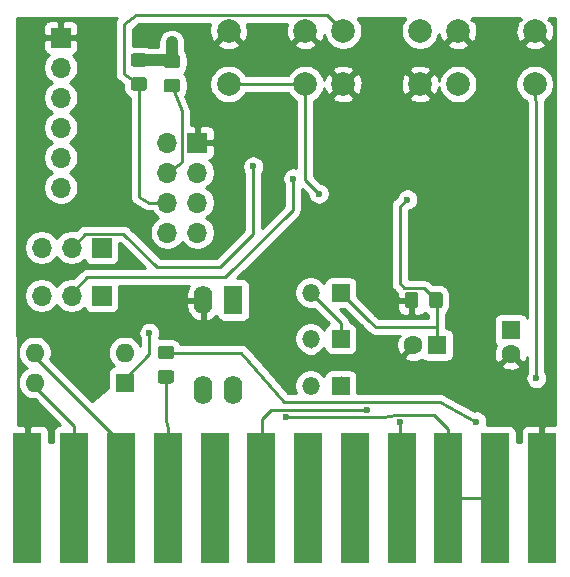
<source format=gbr>
%TF.GenerationSoftware,KiCad,Pcbnew,(5.1.6)-1*%
%TF.CreationDate,2020-09-04T01:40:23+02:00*%
%TF.ProjectId,c64modem,6336346d-6f64-4656-9d2e-6b696361645f,rev?*%
%TF.SameCoordinates,Original*%
%TF.FileFunction,Copper,L2,Bot*%
%TF.FilePolarity,Positive*%
%FSLAX46Y46*%
G04 Gerber Fmt 4.6, Leading zero omitted, Abs format (unit mm)*
G04 Created by KiCad (PCBNEW (5.1.6)-1) date 2020-09-04 01:40:23*
%MOMM*%
%LPD*%
G01*
G04 APERTURE LIST*
%TA.AperFunction,ComponentPad*%
%ADD10O,1.700000X1.700000*%
%TD*%
%TA.AperFunction,ComponentPad*%
%ADD11R,1.700000X1.700000*%
%TD*%
%TA.AperFunction,ComponentPad*%
%ADD12O,1.600000X1.600000*%
%TD*%
%TA.AperFunction,ComponentPad*%
%ADD13R,1.600000X1.600000*%
%TD*%
%TA.AperFunction,ComponentPad*%
%ADD14C,2.000000*%
%TD*%
%TA.AperFunction,ComponentPad*%
%ADD15O,1.500000X1.500000*%
%TD*%
%TA.AperFunction,ComponentPad*%
%ADD16R,1.500000X1.500000*%
%TD*%
%TA.AperFunction,ComponentPad*%
%ADD17O,1.600000X2.400000*%
%TD*%
%TA.AperFunction,ComponentPad*%
%ADD18R,1.600000X2.400000*%
%TD*%
%TA.AperFunction,ComponentPad*%
%ADD19C,1.600000*%
%TD*%
%TA.AperFunction,ConnectorPad*%
%ADD20R,2.350000X11.100000*%
%TD*%
%TA.AperFunction,ViaPad*%
%ADD21C,0.600000*%
%TD*%
%TA.AperFunction,Conductor*%
%ADD22C,1.000000*%
%TD*%
%TA.AperFunction,Conductor*%
%ADD23C,0.250000*%
%TD*%
%TA.AperFunction,Conductor*%
%ADD24C,0.254000*%
%TD*%
G04 APERTURE END LIST*
D10*
%TO.P,ESP8266,8*%
%TO.N,VCC*%
X138557000Y-82550000D03*
%TO.P,ESP8266,7*%
%TO.N,/ESP_RX*%
X141097000Y-82550000D03*
%TO.P,ESP8266,6*%
%TO.N,/~ESP_RST*%
X138557000Y-80010000D03*
%TO.P,ESP8266,5*%
%TO.N,Net-(ESP8266-Pad5)*%
X141097000Y-80010000D03*
%TO.P,ESP8266,4*%
%TO.N,Net-(ESP8266-Pad4)*%
X138557000Y-77470000D03*
%TO.P,ESP8266,3*%
%TO.N,/ESP_DCD*%
X141097000Y-77470000D03*
%TO.P,ESP8266,2*%
%TO.N,/ESP_TX*%
X138557000Y-74930000D03*
D11*
%TO.P,ESP8266,1*%
%TO.N,GND*%
X141097000Y-74930000D03*
%TD*%
D12*
%TO.P,SW1,4*%
%TO.N,/C64_TX*%
X127317500Y-95250000D03*
%TO.P,SW1,2*%
%TO.N,/SP2*%
X134937500Y-92710000D03*
%TO.P,SW1,3*%
%TO.N,/C64_DSR*%
X127317500Y-92710000D03*
D13*
%TO.P,SW1,1*%
%TO.N,/SP1*%
X134937500Y-95250000D03*
%TD*%
D14*
%TO.P,SW4,1*%
%TO.N,Net-(ESP8266-Pad5)*%
X143741000Y-69977000D03*
%TO.P,SW4,2*%
%TO.N,GND*%
X143741000Y-65477000D03*
%TO.P,SW4,1*%
%TO.N,Net-(ESP8266-Pad5)*%
X150241000Y-69977000D03*
%TO.P,SW4,2*%
%TO.N,GND*%
X150241000Y-65477000D03*
%TD*%
%TO.P,SW3,1*%
%TO.N,/RST#*%
X163172000Y-69977000D03*
%TO.P,SW3,2*%
%TO.N,GND*%
X163172000Y-65477000D03*
%TO.P,SW3,1*%
%TO.N,/RST#*%
X169672000Y-69977000D03*
%TO.P,SW3,2*%
%TO.N,GND*%
X169672000Y-65477000D03*
%TD*%
%TO.P,SW2,1*%
%TO.N,GND*%
X153443800Y-69977000D03*
%TO.P,SW2,2*%
%TO.N,/~ESP_RST*%
X153443800Y-65477000D03*
%TO.P,SW2,1*%
%TO.N,GND*%
X159943800Y-69977000D03*
%TO.P,SW2,2*%
%TO.N,/~ESP_RST*%
X159943800Y-65477000D03*
%TD*%
%TO.P,R4,2*%
%TO.N,+5V*%
%TA.AperFunction,SMDPad,CuDef*%
G36*
G01*
X138880001Y-93285000D02*
X137979999Y-93285000D01*
G75*
G02*
X137730000Y-93035001I0J249999D01*
G01*
X137730000Y-92384999D01*
G75*
G02*
X137979999Y-92135000I249999J0D01*
G01*
X138880001Y-92135000D01*
G75*
G02*
X139130000Y-92384999I0J-249999D01*
G01*
X139130000Y-93035001D01*
G75*
G02*
X138880001Y-93285000I-249999J0D01*
G01*
G37*
%TD.AperFunction*%
%TO.P,R4,1*%
%TO.N,/C64_CTS*%
%TA.AperFunction,SMDPad,CuDef*%
G36*
G01*
X138880001Y-95335000D02*
X137979999Y-95335000D01*
G75*
G02*
X137730000Y-95085001I0J249999D01*
G01*
X137730000Y-94434999D01*
G75*
G02*
X137979999Y-94185000I249999J0D01*
G01*
X138880001Y-94185000D01*
G75*
G02*
X139130000Y-94434999I0J-249999D01*
G01*
X139130000Y-95085001D01*
G75*
G02*
X138880001Y-95335000I-249999J0D01*
G01*
G37*
%TD.AperFunction*%
%TD*%
%TO.P,R3,2*%
%TO.N,Net-(ESP8266-Pad4)*%
%TA.AperFunction,SMDPad,CuDef*%
G36*
G01*
X138487999Y-69538000D02*
X139388001Y-69538000D01*
G75*
G02*
X139638000Y-69787999I0J-249999D01*
G01*
X139638000Y-70438001D01*
G75*
G02*
X139388001Y-70688000I-249999J0D01*
G01*
X138487999Y-70688000D01*
G75*
G02*
X138238000Y-70438001I0J249999D01*
G01*
X138238000Y-69787999D01*
G75*
G02*
X138487999Y-69538000I249999J0D01*
G01*
G37*
%TD.AperFunction*%
%TO.P,R3,1*%
%TO.N,VCC*%
%TA.AperFunction,SMDPad,CuDef*%
G36*
G01*
X138487999Y-67488000D02*
X139388001Y-67488000D01*
G75*
G02*
X139638000Y-67737999I0J-249999D01*
G01*
X139638000Y-68388001D01*
G75*
G02*
X139388001Y-68638000I-249999J0D01*
G01*
X138487999Y-68638000D01*
G75*
G02*
X138238000Y-68388001I0J249999D01*
G01*
X138238000Y-67737999D01*
G75*
G02*
X138487999Y-67488000I249999J0D01*
G01*
G37*
%TD.AperFunction*%
%TD*%
%TO.P,R2,2*%
%TO.N,/~ESP_RST*%
%TA.AperFunction,SMDPad,CuDef*%
G36*
G01*
X135693999Y-69411000D02*
X136594001Y-69411000D01*
G75*
G02*
X136844000Y-69660999I0J-249999D01*
G01*
X136844000Y-70311001D01*
G75*
G02*
X136594001Y-70561000I-249999J0D01*
G01*
X135693999Y-70561000D01*
G75*
G02*
X135444000Y-70311001I0J249999D01*
G01*
X135444000Y-69660999D01*
G75*
G02*
X135693999Y-69411000I249999J0D01*
G01*
G37*
%TD.AperFunction*%
%TO.P,R2,1*%
%TO.N,VCC*%
%TA.AperFunction,SMDPad,CuDef*%
G36*
G01*
X135693999Y-67361000D02*
X136594001Y-67361000D01*
G75*
G02*
X136844000Y-67610999I0J-249999D01*
G01*
X136844000Y-68261001D01*
G75*
G02*
X136594001Y-68511000I-249999J0D01*
G01*
X135693999Y-68511000D01*
G75*
G02*
X135444000Y-68261001I0J249999D01*
G01*
X135444000Y-67610999D01*
G75*
G02*
X135693999Y-67361000I249999J0D01*
G01*
G37*
%TD.AperFunction*%
%TD*%
D10*
%TO.P,JP2,3*%
%TO.N,/FTDI_RX*%
X127914400Y-83820000D03*
%TO.P,JP2,2*%
%TO.N,/RX*%
X130454400Y-83820000D03*
D11*
%TO.P,JP2,1*%
%TO.N,/C64_RX*%
X132994400Y-83820000D03*
%TD*%
D10*
%TO.P,JP1,3*%
%TO.N,/FTDI_TX*%
X127914400Y-87884000D03*
%TO.P,JP1,2*%
%TO.N,/TX*%
X130454400Y-87884000D03*
D11*
%TO.P,JP1,1*%
%TO.N,/C64_TX*%
X132994400Y-87884000D03*
%TD*%
D10*
%TO.P,J1,6*%
%TO.N,N/C*%
X129540000Y-78740000D03*
%TO.P,J1,5*%
%TO.N,/FTDI_TX*%
X129540000Y-76200000D03*
%TO.P,J1,4*%
%TO.N,/FTDI_RX*%
X129540000Y-73660000D03*
%TO.P,J1,3*%
%TO.N,FTDI_PWR*%
X129540000Y-71120000D03*
%TO.P,J1,2*%
%TO.N,N/C*%
X129540000Y-68580000D03*
D11*
%TO.P,J1,1*%
%TO.N,GND*%
X129540000Y-66040000D03*
%TD*%
D15*
%TO.P,D5,2*%
%TO.N,Net-(D3-Pad1)*%
X150698200Y-87630000D03*
D16*
%TO.P,D5,1*%
%TO.N,Net-(C3-Pad1)*%
X153238200Y-87630000D03*
%TD*%
D15*
%TO.P,D3,2*%
%TO.N,Net-(D2-Pad1)*%
X150698200Y-91541600D03*
D16*
%TO.P,D3,1*%
%TO.N,Net-(D3-Pad1)*%
X153238200Y-91541600D03*
%TD*%
D15*
%TO.P,D2,2*%
%TO.N,Net-(D1-Pad1)*%
X150698200Y-95504000D03*
D16*
%TO.P,D2,1*%
%TO.N,Net-(D2-Pad1)*%
X153238200Y-95504000D03*
%TD*%
D17*
%TO.P,D1,4*%
%TO.N,9VAC2*%
X144145000Y-95885000D03*
%TO.P,D1,2*%
%TO.N,GND*%
X141605000Y-88265000D03*
%TO.P,D1,3*%
%TO.N,9VAC1*%
X141605000Y-95885000D03*
D18*
%TO.P,D1,1*%
%TO.N,Net-(D1-Pad1)*%
X144145000Y-88265000D03*
%TD*%
D19*
%TO.P,C6,2*%
%TO.N,GND*%
X167640000Y-92805000D03*
D13*
%TO.P,C6,1*%
%TO.N,VCC*%
X167640000Y-90805000D03*
%TD*%
%TO.P,C4,2*%
%TO.N,GND*%
%TA.AperFunction,SMDPad,CuDef*%
G36*
G01*
X159815000Y-87814999D02*
X159815000Y-88715001D01*
G75*
G02*
X159565001Y-88965000I-249999J0D01*
G01*
X158914999Y-88965000D01*
G75*
G02*
X158665000Y-88715001I0J249999D01*
G01*
X158665000Y-87814999D01*
G75*
G02*
X158914999Y-87565000I249999J0D01*
G01*
X159565001Y-87565000D01*
G75*
G02*
X159815000Y-87814999I0J-249999D01*
G01*
G37*
%TD.AperFunction*%
%TO.P,C4,1*%
%TO.N,Net-(C3-Pad1)*%
%TA.AperFunction,SMDPad,CuDef*%
G36*
G01*
X161865000Y-87814999D02*
X161865000Y-88715001D01*
G75*
G02*
X161615001Y-88965000I-249999J0D01*
G01*
X160964999Y-88965000D01*
G75*
G02*
X160715000Y-88715001I0J249999D01*
G01*
X160715000Y-87814999D01*
G75*
G02*
X160964999Y-87565000I249999J0D01*
G01*
X161615001Y-87565000D01*
G75*
G02*
X161865000Y-87814999I0J-249999D01*
G01*
G37*
%TD.AperFunction*%
%TD*%
D19*
%TO.P,C3,2*%
%TO.N,GND*%
X159385000Y-92075000D03*
D13*
%TO.P,C3,1*%
%TO.N,Net-(C3-Pad1)*%
X161385000Y-92075000D03*
%TD*%
D20*
%TO.P,CN1,N*%
%TO.N,GND*%
X126716100Y-105003600D03*
%TO.P,CN1,M*%
%TO.N,/C64_TX*%
X130676100Y-105003600D03*
%TO.P,CN1,L*%
%TO.N,/C64_DSR*%
X134636100Y-105003600D03*
%TO.P,CN1,K*%
%TO.N,/C64_CTS*%
X138596100Y-105003600D03*
%TO.P,CN1,J*%
%TO.N,N/C*%
X142556100Y-105003600D03*
%TO.P,CN1,H*%
%TO.N,/C64_DCD*%
X146516100Y-105003600D03*
%TO.P,CN1,F*%
%TO.N,N/C*%
X150476100Y-105003600D03*
%TO.P,CN1,E*%
X154436100Y-105003600D03*
%TO.P,CN1,D*%
%TO.N,/C64_RTS*%
X158396100Y-105003600D03*
%TO.P,CN1,C*%
%TO.N,/C64_RX*%
X162356100Y-105003600D03*
%TO.P,CN1,B*%
X166316100Y-105003600D03*
%TO.P,CN1,A*%
%TO.N,GND*%
X170276100Y-105003600D03*
%TD*%
D21*
%TO.N,GND*%
X151892000Y-78232000D03*
X127254000Y-98171000D03*
X155097000Y-76170000D03*
%TO.N,VCC*%
X138938000Y-66421000D03*
%TO.N,/C64_RX*%
X148590000Y-98171000D03*
%TO.N,/SP1*%
X137033000Y-91059000D03*
%TO.N,/RST#*%
X169799000Y-94869000D03*
%TO.N,+5V*%
X164719000Y-98552000D03*
%TO.N,/C64_DCD*%
X155448000Y-97536000D03*
%TO.N,/C64_RTS*%
X158242000Y-98615500D03*
%TO.N,/TX*%
X149225000Y-77978000D03*
%TO.N,Net-(ESP8266-Pad5)*%
X151384000Y-79248000D03*
%TO.N,/RX*%
X145825853Y-76954942D03*
%TO.N,Net-(C3-Pad1)*%
X158877000Y-79756000D03*
%TD*%
D22*
%TO.N,VCC*%
X138920000Y-67945000D02*
X136144000Y-67945000D01*
X138938000Y-66421000D02*
X138938000Y-67945000D01*
X138938000Y-67945000D02*
X138920000Y-67945000D01*
D23*
%TO.N,/C64_RX*%
X166316100Y-105003600D02*
X162356100Y-105003600D01*
X148590000Y-98171000D02*
X156845000Y-98171000D01*
X161142999Y-97990499D02*
X162356100Y-99203600D01*
X156845000Y-98171000D02*
X157941999Y-97990499D01*
X157941999Y-97990499D02*
X161142999Y-97990499D01*
X162356100Y-99203600D02*
X162356100Y-105003600D01*
%TO.N,/SP1*%
X137033000Y-92837000D02*
X134620000Y-95250000D01*
X137033000Y-91059000D02*
X137033000Y-92837000D01*
%TO.N,/RST#*%
X169799000Y-72644000D02*
X169672000Y-69977000D01*
X169799000Y-94869000D02*
X169799000Y-72644000D01*
%TO.N,+5V*%
X144780000Y-92710000D02*
X138430000Y-92710000D01*
X148463000Y-96901000D02*
X144780000Y-92710000D01*
X161671000Y-96901000D02*
X148463000Y-96901000D01*
X164719000Y-98552000D02*
X161671000Y-96901000D01*
%TO.N,/C64_TX*%
X130676100Y-98926100D02*
X127000000Y-95250000D01*
X130676100Y-105003600D02*
X130676100Y-98926100D01*
%TO.N,/C64_DSR*%
X134636100Y-100346100D02*
X127000000Y-92710000D01*
X134636100Y-105003600D02*
X134636100Y-100346100D01*
%TO.N,/C64_CTS*%
X138430000Y-98425000D02*
X138430000Y-94615000D01*
X138596100Y-99226100D02*
X138430000Y-98425000D01*
X138596100Y-105003600D02*
X138596100Y-99226100D01*
%TO.N,/C64_DCD*%
X146558000Y-98298000D02*
X146516100Y-105003600D01*
X155448000Y-97536000D02*
X147320000Y-97536000D01*
X147320000Y-97536000D02*
X146558000Y-98298000D01*
%TO.N,/C64_RTS*%
X158242000Y-98615500D02*
X158242000Y-104849500D01*
X158242000Y-104849500D02*
X158396100Y-105003600D01*
%TO.N,/TX*%
X149225000Y-77978000D02*
X149161500Y-80645000D01*
X143472489Y-86334011D02*
X131750389Y-86334011D01*
X149161500Y-80645000D02*
X143472489Y-86334011D01*
X131750389Y-86334011D02*
X130454400Y-87630000D01*
%TO.N,Net-(ESP8266-Pad5)*%
X150241000Y-69977000D02*
X150241000Y-78105000D01*
X150241000Y-78105000D02*
X151384000Y-79248000D01*
X150241000Y-69977000D02*
X143741000Y-69977000D01*
%TO.N,/RX*%
X131629401Y-82644999D02*
X134841999Y-82644999D01*
X130454400Y-83820000D02*
X131629401Y-82644999D01*
X134841999Y-82644999D02*
X137668000Y-85471000D01*
X137668000Y-85471000D02*
X143002000Y-85471000D01*
X143002000Y-85471000D02*
X145825853Y-82647147D01*
X145825853Y-82647147D02*
X145825853Y-76954942D01*
%TO.N,Net-(C3-Pad1)*%
X153238200Y-87630000D02*
X153628210Y-87239990D01*
X161385000Y-88360000D02*
X161290000Y-88265000D01*
X161385000Y-92075000D02*
X161385000Y-88360000D01*
X161385000Y-92075000D02*
X161417000Y-90551000D01*
X155651200Y-90043000D02*
X153238200Y-87630000D01*
X156210000Y-90551000D02*
X155651200Y-90043000D01*
X161417000Y-90551000D02*
X156210000Y-90551000D01*
X160264990Y-87239990D02*
X161290000Y-88265000D01*
X158242000Y-80264000D02*
X158242000Y-81915000D01*
X158242000Y-81915000D02*
X158233634Y-86859634D01*
X158233634Y-86859634D02*
X158623000Y-87239990D01*
X158877000Y-79756000D02*
X158242000Y-80264000D01*
X158623000Y-87239990D02*
X160264990Y-87239990D01*
%TO.N,Net-(D2-Pad1)*%
X153238200Y-95504000D02*
X153238200Y-94818200D01*
X150698200Y-92278200D02*
X150698200Y-91541600D01*
%TO.N,Net-(D3-Pad1)*%
X153238200Y-90170000D02*
X150698200Y-87630000D01*
X153238200Y-91541600D02*
X153238200Y-90170000D01*
%TO.N,/~ESP_RST*%
X136144000Y-69977000D02*
X136144000Y-79502000D01*
X136144000Y-79502000D02*
X137033000Y-80010000D01*
X152118799Y-64151999D02*
X135873001Y-64151999D01*
X153443800Y-65477000D02*
X152118799Y-64151999D01*
X137033000Y-80010000D02*
X138557000Y-80010000D01*
X134874000Y-64897000D02*
X134874000Y-69088000D01*
X135873001Y-64151999D02*
X134874000Y-64897000D01*
X134874000Y-69088000D02*
X136144000Y-69977000D01*
%TO.N,Net-(ESP8266-Pad4)*%
X139794999Y-76581000D02*
X138557000Y-77470000D01*
X139794999Y-72295001D02*
X139794999Y-76581000D01*
X138938000Y-70104000D02*
X139794999Y-72295001D01*
%TD*%
D24*
%TO.N,GND*%
G36*
X134321291Y-64372439D02*
G01*
X134306803Y-64385640D01*
X134274039Y-64430061D01*
X134239026Y-64472725D01*
X134229694Y-64490184D01*
X134217939Y-64506121D01*
X134194473Y-64556077D01*
X134168454Y-64604754D01*
X134162706Y-64623705D01*
X134154289Y-64641622D01*
X134141022Y-64695186D01*
X134124997Y-64748015D01*
X134123056Y-64767725D01*
X134118297Y-64786938D01*
X134115735Y-64842055D01*
X134114000Y-64859668D01*
X134114000Y-64879371D01*
X134111345Y-64936483D01*
X134114000Y-64954063D01*
X134114001Y-69042400D01*
X134110503Y-69071447D01*
X134114001Y-69117085D01*
X134114001Y-69125333D01*
X134116851Y-69154274D01*
X134121944Y-69220715D01*
X134124184Y-69228719D01*
X134124998Y-69236986D01*
X134144334Y-69300728D01*
X134162286Y-69364884D01*
X134166043Y-69372294D01*
X134168455Y-69380247D01*
X134199845Y-69438972D01*
X134229978Y-69498413D01*
X134235114Y-69504955D01*
X134239027Y-69512276D01*
X134281258Y-69563735D01*
X134322421Y-69616169D01*
X134328731Y-69621580D01*
X134334000Y-69628001D01*
X134385483Y-69670252D01*
X134407585Y-69689207D01*
X134414350Y-69693942D01*
X134449725Y-69722974D01*
X134475522Y-69736763D01*
X134805928Y-69968047D01*
X134805928Y-70311001D01*
X134822992Y-70484255D01*
X134873528Y-70650851D01*
X134955595Y-70804387D01*
X135066038Y-70938962D01*
X135200613Y-71049405D01*
X135354149Y-71131472D01*
X135384000Y-71140527D01*
X135384001Y-79491251D01*
X135382189Y-79555339D01*
X135390266Y-79602940D01*
X135394998Y-79650986D01*
X135402760Y-79676574D01*
X135407233Y-79702936D01*
X135424439Y-79748040D01*
X135438455Y-79794247D01*
X135451061Y-79817831D01*
X135460590Y-79842811D01*
X135486270Y-79883701D01*
X135509027Y-79926276D01*
X135525985Y-79946939D01*
X135540210Y-79969590D01*
X135573378Y-80004688D01*
X135604000Y-80042001D01*
X135624670Y-80058964D01*
X135643035Y-80078398D01*
X135682402Y-80106344D01*
X135719725Y-80136974D01*
X135776263Y-80167195D01*
X136600353Y-80638104D01*
X136608724Y-80644974D01*
X136665253Y-80675190D01*
X136688348Y-80688387D01*
X136698171Y-80692785D01*
X136740753Y-80715546D01*
X136766347Y-80723310D01*
X136790746Y-80734234D01*
X136837808Y-80744987D01*
X136884014Y-80759003D01*
X136910624Y-80761624D01*
X136936692Y-80767580D01*
X136984949Y-80768944D01*
X136995667Y-80770000D01*
X137022285Y-80770000D01*
X137086339Y-80771811D01*
X137097012Y-80770000D01*
X137278822Y-80770000D01*
X137403525Y-80956632D01*
X137610368Y-81163475D01*
X137784760Y-81280000D01*
X137610368Y-81396525D01*
X137403525Y-81603368D01*
X137241010Y-81846589D01*
X137129068Y-82116842D01*
X137072000Y-82403740D01*
X137072000Y-82696260D01*
X137129068Y-82983158D01*
X137241010Y-83253411D01*
X137403525Y-83496632D01*
X137610368Y-83703475D01*
X137853589Y-83865990D01*
X138123842Y-83977932D01*
X138410740Y-84035000D01*
X138703260Y-84035000D01*
X138990158Y-83977932D01*
X139260411Y-83865990D01*
X139503632Y-83703475D01*
X139710475Y-83496632D01*
X139827000Y-83322240D01*
X139943525Y-83496632D01*
X140150368Y-83703475D01*
X140393589Y-83865990D01*
X140663842Y-83977932D01*
X140950740Y-84035000D01*
X141243260Y-84035000D01*
X141530158Y-83977932D01*
X141800411Y-83865990D01*
X142043632Y-83703475D01*
X142250475Y-83496632D01*
X142412990Y-83253411D01*
X142524932Y-82983158D01*
X142582000Y-82696260D01*
X142582000Y-82403740D01*
X142524932Y-82116842D01*
X142412990Y-81846589D01*
X142250475Y-81603368D01*
X142043632Y-81396525D01*
X141869240Y-81280000D01*
X142043632Y-81163475D01*
X142250475Y-80956632D01*
X142412990Y-80713411D01*
X142524932Y-80443158D01*
X142582000Y-80156260D01*
X142582000Y-79863740D01*
X142524932Y-79576842D01*
X142412990Y-79306589D01*
X142250475Y-79063368D01*
X142043632Y-78856525D01*
X141869240Y-78740000D01*
X142043632Y-78623475D01*
X142250475Y-78416632D01*
X142412990Y-78173411D01*
X142524932Y-77903158D01*
X142582000Y-77616260D01*
X142582000Y-77323740D01*
X142524932Y-77036842D01*
X142412990Y-76766589D01*
X142250475Y-76523368D01*
X142118620Y-76391513D01*
X142191180Y-76369502D01*
X142301494Y-76310537D01*
X142398185Y-76231185D01*
X142477537Y-76134494D01*
X142536502Y-76024180D01*
X142572812Y-75904482D01*
X142585072Y-75780000D01*
X142582000Y-75215750D01*
X142423250Y-75057000D01*
X141224000Y-75057000D01*
X141224000Y-75077000D01*
X140970000Y-75077000D01*
X140970000Y-75057000D01*
X140950000Y-75057000D01*
X140950000Y-74803000D01*
X140970000Y-74803000D01*
X140970000Y-73603750D01*
X141224000Y-73603750D01*
X141224000Y-74803000D01*
X142423250Y-74803000D01*
X142582000Y-74644250D01*
X142585072Y-74080000D01*
X142572812Y-73955518D01*
X142536502Y-73835820D01*
X142477537Y-73725506D01*
X142398185Y-73628815D01*
X142301494Y-73549463D01*
X142191180Y-73490498D01*
X142071482Y-73454188D01*
X141947000Y-73441928D01*
X141382750Y-73445000D01*
X141224000Y-73603750D01*
X140970000Y-73603750D01*
X140811250Y-73445000D01*
X140554999Y-73443605D01*
X140554999Y-72339902D01*
X140558526Y-72310159D01*
X140554999Y-72265225D01*
X140554999Y-72257668D01*
X140552078Y-72228007D01*
X140546811Y-72160911D01*
X140544748Y-72153590D01*
X140544002Y-72146015D01*
X140524457Y-72081584D01*
X140516381Y-72052923D01*
X140513629Y-72045888D01*
X140500545Y-72002754D01*
X140486425Y-71976338D01*
X140093419Y-70971581D01*
X140126405Y-70931387D01*
X140208472Y-70777851D01*
X140259008Y-70611255D01*
X140276072Y-70438001D01*
X140276072Y-69787999D01*
X140259008Y-69614745D01*
X140208472Y-69448149D01*
X140126405Y-69294613D01*
X140015962Y-69160038D01*
X139928184Y-69088000D01*
X140015962Y-69015962D01*
X140126405Y-68881387D01*
X140208472Y-68727851D01*
X140259008Y-68561255D01*
X140276072Y-68388001D01*
X140276072Y-67737999D01*
X140259008Y-67564745D01*
X140208472Y-67398149D01*
X140126405Y-67244613D01*
X140073000Y-67179539D01*
X140073000Y-66612413D01*
X142785192Y-66612413D01*
X142880956Y-66876814D01*
X143170571Y-67017704D01*
X143482108Y-67099384D01*
X143803595Y-67118718D01*
X144122675Y-67074961D01*
X144427088Y-66969795D01*
X144601044Y-66876814D01*
X144696808Y-66612413D01*
X149285192Y-66612413D01*
X149380956Y-66876814D01*
X149670571Y-67017704D01*
X149982108Y-67099384D01*
X150303595Y-67118718D01*
X150622675Y-67074961D01*
X150927088Y-66969795D01*
X151101044Y-66876814D01*
X151196808Y-66612413D01*
X150241000Y-65656605D01*
X149285192Y-66612413D01*
X144696808Y-66612413D01*
X143741000Y-65656605D01*
X142785192Y-66612413D01*
X140073000Y-66612413D01*
X140073000Y-66365248D01*
X140056577Y-66198501D01*
X139991676Y-65984553D01*
X139886284Y-65787377D01*
X139744449Y-65614551D01*
X139571623Y-65472716D01*
X139374446Y-65367324D01*
X139160498Y-65302423D01*
X138938000Y-65280509D01*
X138715501Y-65302423D01*
X138501553Y-65367324D01*
X138304377Y-65472716D01*
X138131551Y-65614551D01*
X137989716Y-65787377D01*
X137884324Y-65984554D01*
X137819423Y-66198502D01*
X137803000Y-66365249D01*
X137803000Y-66810000D01*
X136970280Y-66810000D01*
X136933851Y-66790528D01*
X136767255Y-66739992D01*
X136594001Y-66722928D01*
X135693999Y-66722928D01*
X135634000Y-66728837D01*
X135634000Y-65278296D01*
X136125182Y-64911999D01*
X142198873Y-64911999D01*
X142118616Y-65218108D01*
X142099282Y-65539595D01*
X142143039Y-65858675D01*
X142248205Y-66163088D01*
X142341186Y-66337044D01*
X142605587Y-66432808D01*
X143561395Y-65477000D01*
X143547253Y-65462858D01*
X143726858Y-65283253D01*
X143741000Y-65297395D01*
X143755143Y-65283253D01*
X143934748Y-65462858D01*
X143920605Y-65477000D01*
X144876413Y-66432808D01*
X145140814Y-66337044D01*
X145281704Y-66047429D01*
X145363384Y-65735892D01*
X145382718Y-65414405D01*
X145338961Y-65095325D01*
X145275627Y-64911999D01*
X148698873Y-64911999D01*
X148618616Y-65218108D01*
X148599282Y-65539595D01*
X148643039Y-65858675D01*
X148748205Y-66163088D01*
X148841186Y-66337044D01*
X149105587Y-66432808D01*
X150061395Y-65477000D01*
X150047253Y-65462858D01*
X150226858Y-65283253D01*
X150241000Y-65297395D01*
X150255143Y-65283253D01*
X150434748Y-65462858D01*
X150420605Y-65477000D01*
X151376413Y-66432808D01*
X151640814Y-66337044D01*
X151781704Y-66047429D01*
X151843415Y-65812056D01*
X151871632Y-65953912D01*
X151994882Y-66251463D01*
X152173813Y-66519252D01*
X152401548Y-66746987D01*
X152669337Y-66925918D01*
X152966888Y-67049168D01*
X153282767Y-67112000D01*
X153604833Y-67112000D01*
X153920712Y-67049168D01*
X154218263Y-66925918D01*
X154486052Y-66746987D01*
X154713787Y-66519252D01*
X154892718Y-66251463D01*
X155015968Y-65953912D01*
X155078800Y-65638033D01*
X155078800Y-65315967D01*
X155015968Y-65000088D01*
X154892718Y-64702537D01*
X154713787Y-64434748D01*
X154662741Y-64383702D01*
X158722611Y-64385950D01*
X158673813Y-64434748D01*
X158494882Y-64702537D01*
X158371632Y-65000088D01*
X158308800Y-65315967D01*
X158308800Y-65638033D01*
X158371632Y-65953912D01*
X158494882Y-66251463D01*
X158673813Y-66519252D01*
X158901548Y-66746987D01*
X159169337Y-66925918D01*
X159466888Y-67049168D01*
X159782767Y-67112000D01*
X160104833Y-67112000D01*
X160420712Y-67049168D01*
X160718263Y-66925918D01*
X160986052Y-66746987D01*
X161120626Y-66612413D01*
X162216192Y-66612413D01*
X162311956Y-66876814D01*
X162601571Y-67017704D01*
X162913108Y-67099384D01*
X163234595Y-67118718D01*
X163553675Y-67074961D01*
X163858088Y-66969795D01*
X164032044Y-66876814D01*
X164127808Y-66612413D01*
X168716192Y-66612413D01*
X168811956Y-66876814D01*
X169101571Y-67017704D01*
X169413108Y-67099384D01*
X169734595Y-67118718D01*
X170053675Y-67074961D01*
X170358088Y-66969795D01*
X170532044Y-66876814D01*
X170627808Y-66612413D01*
X169672000Y-65656605D01*
X168716192Y-66612413D01*
X164127808Y-66612413D01*
X163172000Y-65656605D01*
X162216192Y-66612413D01*
X161120626Y-66612413D01*
X161213787Y-66519252D01*
X161392718Y-66251463D01*
X161515968Y-65953912D01*
X161558072Y-65742241D01*
X161574039Y-65858675D01*
X161679205Y-66163088D01*
X161772186Y-66337044D01*
X162036587Y-66432808D01*
X162992395Y-65477000D01*
X162978253Y-65462858D01*
X163157858Y-65283253D01*
X163172000Y-65297395D01*
X163186143Y-65283253D01*
X163365748Y-65462858D01*
X163351605Y-65477000D01*
X164307413Y-66432808D01*
X164571814Y-66337044D01*
X164712704Y-66047429D01*
X164794384Y-65735892D01*
X164813718Y-65414405D01*
X164769961Y-65095325D01*
X164664795Y-64790912D01*
X164571814Y-64616956D01*
X164307415Y-64521193D01*
X164423083Y-64405525D01*
X164406656Y-64389098D01*
X168435114Y-64391328D01*
X168420917Y-64405525D01*
X168536585Y-64521193D01*
X168272186Y-64616956D01*
X168131296Y-64906571D01*
X168049616Y-65218108D01*
X168030282Y-65539595D01*
X168074039Y-65858675D01*
X168179205Y-66163088D01*
X168272186Y-66337044D01*
X168536587Y-66432808D01*
X169492395Y-65477000D01*
X169478253Y-65462858D01*
X169657858Y-65283253D01*
X169672000Y-65297395D01*
X169686143Y-65283253D01*
X169865748Y-65462858D01*
X169851605Y-65477000D01*
X170807413Y-66432808D01*
X171071814Y-66337044D01*
X171212704Y-66047429D01*
X171294384Y-65735892D01*
X171313718Y-65414405D01*
X171269961Y-65095325D01*
X171164795Y-64790912D01*
X171071814Y-64616956D01*
X170807415Y-64521193D01*
X170923083Y-64405525D01*
X170910257Y-64392699D01*
X171375001Y-64392956D01*
X171375000Y-98815791D01*
X170561850Y-98818600D01*
X170403100Y-98977350D01*
X170403100Y-100282547D01*
X170149100Y-100282406D01*
X170149100Y-98977350D01*
X169990350Y-98818600D01*
X169101100Y-98815528D01*
X168976618Y-98827788D01*
X168856920Y-98864098D01*
X168746606Y-98923063D01*
X168649915Y-99002415D01*
X168570563Y-99099106D01*
X168511598Y-99209420D01*
X168475288Y-99329118D01*
X168463028Y-99453600D01*
X168463511Y-100281473D01*
X168129172Y-100281288D01*
X168129172Y-99453600D01*
X168116912Y-99329118D01*
X168080602Y-99209420D01*
X168021637Y-99099106D01*
X167942285Y-99002415D01*
X167845594Y-98923063D01*
X167735280Y-98864098D01*
X167615582Y-98827788D01*
X167491100Y-98815528D01*
X165619898Y-98815528D01*
X165654000Y-98644089D01*
X165654000Y-98459911D01*
X165618068Y-98279271D01*
X165547586Y-98109111D01*
X165445262Y-97955972D01*
X165315028Y-97825738D01*
X165161889Y-97723414D01*
X164991729Y-97652932D01*
X164811089Y-97617000D01*
X164626911Y-97617000D01*
X164598844Y-97622583D01*
X162096923Y-96267378D01*
X162095276Y-96266026D01*
X162030969Y-96231653D01*
X162000148Y-96214958D01*
X161998212Y-96214144D01*
X161963247Y-96195454D01*
X161929354Y-96185173D01*
X161896735Y-96171449D01*
X161857918Y-96163503D01*
X161819986Y-96151997D01*
X161784754Y-96148527D01*
X161750069Y-96141427D01*
X161710437Y-96141207D01*
X161708333Y-96141000D01*
X161673053Y-96141000D01*
X161600365Y-96140597D01*
X161598279Y-96141000D01*
X154626272Y-96141000D01*
X154626272Y-94754000D01*
X154614012Y-94629518D01*
X154577702Y-94509820D01*
X154518737Y-94399506D01*
X154439385Y-94302815D01*
X154342694Y-94223463D01*
X154232380Y-94164498D01*
X154112682Y-94128188D01*
X153988200Y-94115928D01*
X153536572Y-94115928D01*
X153530447Y-94112654D01*
X153387186Y-94069197D01*
X153238200Y-94054523D01*
X153089215Y-94069197D01*
X152945954Y-94112654D01*
X152939829Y-94115928D01*
X152488200Y-94115928D01*
X152363718Y-94128188D01*
X152244020Y-94164498D01*
X152133706Y-94223463D01*
X152037015Y-94302815D01*
X151957663Y-94399506D01*
X151898698Y-94509820D01*
X151862388Y-94629518D01*
X151851755Y-94737483D01*
X151773999Y-94621114D01*
X151581086Y-94428201D01*
X151354243Y-94276629D01*
X151102189Y-94172225D01*
X150834611Y-94119000D01*
X150561789Y-94119000D01*
X150294211Y-94172225D01*
X150042157Y-94276629D01*
X149815314Y-94428201D01*
X149622401Y-94621114D01*
X149470829Y-94847957D01*
X149366425Y-95100011D01*
X149313200Y-95367589D01*
X149313200Y-95640411D01*
X149366425Y-95907989D01*
X149462941Y-96141000D01*
X148806884Y-96141000D01*
X146747622Y-93797702D01*
X166826903Y-93797702D01*
X166898486Y-94041671D01*
X167153996Y-94162571D01*
X167428184Y-94231300D01*
X167710512Y-94245217D01*
X167990130Y-94203787D01*
X168256292Y-94108603D01*
X168381514Y-94041671D01*
X168453097Y-93797702D01*
X167640000Y-92984605D01*
X166826903Y-93797702D01*
X146747622Y-93797702D01*
X145359348Y-92217943D01*
X145320001Y-92169999D01*
X145281061Y-92138042D01*
X145244276Y-92103660D01*
X145223336Y-92090668D01*
X145204276Y-92075026D01*
X145159848Y-92051278D01*
X145117064Y-92024734D01*
X145093994Y-92016078D01*
X145072247Y-92004454D01*
X145024033Y-91989829D01*
X144976899Y-91972144D01*
X144952582Y-91968155D01*
X144928986Y-91960997D01*
X144878854Y-91956059D01*
X144829167Y-91947908D01*
X144767210Y-91950000D01*
X139649614Y-91950000D01*
X139618405Y-91891613D01*
X139507962Y-91757038D01*
X139373387Y-91646595D01*
X139219851Y-91564528D01*
X139053255Y-91513992D01*
X138880001Y-91496928D01*
X137979999Y-91496928D01*
X137856793Y-91509063D01*
X137861586Y-91501889D01*
X137932068Y-91331729D01*
X137968000Y-91151089D01*
X137968000Y-90966911D01*
X137932068Y-90786271D01*
X137861586Y-90616111D01*
X137759262Y-90462972D01*
X137629028Y-90332738D01*
X137475889Y-90230414D01*
X137305729Y-90159932D01*
X137125089Y-90124000D01*
X136940911Y-90124000D01*
X136760271Y-90159932D01*
X136590111Y-90230414D01*
X136436972Y-90332738D01*
X136306738Y-90462972D01*
X136204414Y-90616111D01*
X136133932Y-90786271D01*
X136098000Y-90966911D01*
X136098000Y-91151089D01*
X136133932Y-91331729D01*
X136204414Y-91501889D01*
X136273000Y-91604536D01*
X136273001Y-92184350D01*
X136209180Y-92030273D01*
X136052137Y-91795241D01*
X135852259Y-91595363D01*
X135617227Y-91438320D01*
X135356074Y-91330147D01*
X135078835Y-91275000D01*
X134796165Y-91275000D01*
X134518926Y-91330147D01*
X134257773Y-91438320D01*
X134022741Y-91595363D01*
X133822863Y-91795241D01*
X133665820Y-92030273D01*
X133557647Y-92291426D01*
X133502500Y-92568665D01*
X133502500Y-92851335D01*
X133557647Y-93128574D01*
X133665820Y-93389727D01*
X133822863Y-93624759D01*
X134021461Y-93823357D01*
X134013018Y-93824188D01*
X133893320Y-93860498D01*
X133783006Y-93919463D01*
X133686315Y-93998815D01*
X133606963Y-94095506D01*
X133547998Y-94205820D01*
X133511688Y-94325518D01*
X133499428Y-94450000D01*
X133499428Y-95679467D01*
X132149090Y-96784289D01*
X128637609Y-93272808D01*
X128697353Y-93128574D01*
X128752500Y-92851335D01*
X128752500Y-92568665D01*
X128697353Y-92291426D01*
X128589180Y-92030273D01*
X128432137Y-91795241D01*
X128232259Y-91595363D01*
X127997227Y-91438320D01*
X127736074Y-91330147D01*
X127458835Y-91275000D01*
X127176165Y-91275000D01*
X126898926Y-91330147D01*
X126637773Y-91438320D01*
X126402741Y-91595363D01*
X126202863Y-91795241D01*
X126045820Y-92030273D01*
X125937647Y-92291426D01*
X125882500Y-92568665D01*
X125882500Y-92851335D01*
X125937647Y-93128574D01*
X126045820Y-93389727D01*
X126202863Y-93624759D01*
X126402741Y-93824637D01*
X126635259Y-93980000D01*
X126402741Y-94135363D01*
X126202863Y-94335241D01*
X126045820Y-94570273D01*
X125937647Y-94831426D01*
X125882500Y-95108665D01*
X125882500Y-95391335D01*
X125937647Y-95668574D01*
X126045820Y-95929727D01*
X126202863Y-96164759D01*
X126402741Y-96364637D01*
X126637773Y-96521680D01*
X126898926Y-96629853D01*
X127176165Y-96685000D01*
X127360199Y-96685000D01*
X129491656Y-98816458D01*
X129376618Y-98827788D01*
X129256920Y-98864098D01*
X129146606Y-98923063D01*
X129049915Y-99002415D01*
X128970563Y-99099106D01*
X128911598Y-99209420D01*
X128875288Y-99329118D01*
X128863028Y-99453600D01*
X128863028Y-100259546D01*
X128528702Y-100259361D01*
X128529172Y-99453600D01*
X128516912Y-99329118D01*
X128480602Y-99209420D01*
X128421637Y-99099106D01*
X128342285Y-99002415D01*
X128245594Y-98923063D01*
X128135280Y-98864098D01*
X128015582Y-98827788D01*
X127891100Y-98815528D01*
X127001850Y-98818600D01*
X126843100Y-98977350D01*
X126843100Y-100258428D01*
X126589100Y-100258287D01*
X126589100Y-98977350D01*
X126430350Y-98818600D01*
X125888945Y-98816730D01*
X125835737Y-83673740D01*
X126429400Y-83673740D01*
X126429400Y-83966260D01*
X126486468Y-84253158D01*
X126598410Y-84523411D01*
X126760925Y-84766632D01*
X126967768Y-84973475D01*
X127210989Y-85135990D01*
X127481242Y-85247932D01*
X127768140Y-85305000D01*
X128060660Y-85305000D01*
X128347558Y-85247932D01*
X128617811Y-85135990D01*
X128861032Y-84973475D01*
X129067875Y-84766632D01*
X129184400Y-84592240D01*
X129300925Y-84766632D01*
X129507768Y-84973475D01*
X129750989Y-85135990D01*
X130021242Y-85247932D01*
X130308140Y-85305000D01*
X130600660Y-85305000D01*
X130887558Y-85247932D01*
X131157811Y-85135990D01*
X131401032Y-84973475D01*
X131532887Y-84841620D01*
X131554898Y-84914180D01*
X131613863Y-85024494D01*
X131693215Y-85121185D01*
X131789906Y-85200537D01*
X131900220Y-85259502D01*
X132019918Y-85295812D01*
X132144400Y-85308072D01*
X133844400Y-85308072D01*
X133968882Y-85295812D01*
X134088580Y-85259502D01*
X134198894Y-85200537D01*
X134295585Y-85121185D01*
X134374937Y-85024494D01*
X134433902Y-84914180D01*
X134470212Y-84794482D01*
X134482472Y-84670000D01*
X134482472Y-83404999D01*
X134527198Y-83404999D01*
X136696209Y-85574011D01*
X131787711Y-85574011D01*
X131750388Y-85570335D01*
X131713065Y-85574011D01*
X131713056Y-85574011D01*
X131601403Y-85585008D01*
X131458142Y-85628465D01*
X131326113Y-85699037D01*
X131210388Y-85794010D01*
X131186590Y-85823008D01*
X130608950Y-86400649D01*
X130600660Y-86399000D01*
X130308140Y-86399000D01*
X130021242Y-86456068D01*
X129750989Y-86568010D01*
X129507768Y-86730525D01*
X129300925Y-86937368D01*
X129184400Y-87111760D01*
X129067875Y-86937368D01*
X128861032Y-86730525D01*
X128617811Y-86568010D01*
X128347558Y-86456068D01*
X128060660Y-86399000D01*
X127768140Y-86399000D01*
X127481242Y-86456068D01*
X127210989Y-86568010D01*
X126967768Y-86730525D01*
X126760925Y-86937368D01*
X126598410Y-87180589D01*
X126486468Y-87450842D01*
X126429400Y-87737740D01*
X126429400Y-88030260D01*
X126486468Y-88317158D01*
X126598410Y-88587411D01*
X126760925Y-88830632D01*
X126967768Y-89037475D01*
X127210989Y-89199990D01*
X127481242Y-89311932D01*
X127768140Y-89369000D01*
X128060660Y-89369000D01*
X128347558Y-89311932D01*
X128617811Y-89199990D01*
X128861032Y-89037475D01*
X129067875Y-88830632D01*
X129184400Y-88656240D01*
X129300925Y-88830632D01*
X129507768Y-89037475D01*
X129750989Y-89199990D01*
X130021242Y-89311932D01*
X130308140Y-89369000D01*
X130600660Y-89369000D01*
X130887558Y-89311932D01*
X131157811Y-89199990D01*
X131401032Y-89037475D01*
X131532887Y-88905620D01*
X131554898Y-88978180D01*
X131613863Y-89088494D01*
X131693215Y-89185185D01*
X131789906Y-89264537D01*
X131900220Y-89323502D01*
X132019918Y-89359812D01*
X132144400Y-89372072D01*
X133844400Y-89372072D01*
X133968882Y-89359812D01*
X134088580Y-89323502D01*
X134198894Y-89264537D01*
X134295585Y-89185185D01*
X134374937Y-89088494D01*
X134433902Y-88978180D01*
X134470212Y-88858482D01*
X134482472Y-88734000D01*
X134482472Y-88392000D01*
X140170000Y-88392000D01*
X140170000Y-88792000D01*
X140222350Y-89069514D01*
X140327834Y-89331483D01*
X140482399Y-89567839D01*
X140680105Y-89769500D01*
X140913354Y-89928715D01*
X141173182Y-90039367D01*
X141255961Y-90056904D01*
X141478000Y-89934915D01*
X141478000Y-88392000D01*
X140170000Y-88392000D01*
X134482472Y-88392000D01*
X134482472Y-87094011D01*
X140396176Y-87094011D01*
X140327834Y-87198517D01*
X140222350Y-87460486D01*
X140170000Y-87738000D01*
X140170000Y-88138000D01*
X141478000Y-88138000D01*
X141478000Y-88118000D01*
X141732000Y-88118000D01*
X141732000Y-88138000D01*
X141752000Y-88138000D01*
X141752000Y-88392000D01*
X141732000Y-88392000D01*
X141732000Y-89934915D01*
X141954039Y-90056904D01*
X142036818Y-90039367D01*
X142296646Y-89928715D01*
X142529895Y-89769500D01*
X142718019Y-89577613D01*
X142719188Y-89589482D01*
X142755498Y-89709180D01*
X142814463Y-89819494D01*
X142893815Y-89916185D01*
X142990506Y-89995537D01*
X143100820Y-90054502D01*
X143220518Y-90090812D01*
X143345000Y-90103072D01*
X144945000Y-90103072D01*
X145069482Y-90090812D01*
X145189180Y-90054502D01*
X145299494Y-89995537D01*
X145396185Y-89916185D01*
X145475537Y-89819494D01*
X145534502Y-89709180D01*
X145570812Y-89589482D01*
X145583072Y-89465000D01*
X145583072Y-87493589D01*
X149313200Y-87493589D01*
X149313200Y-87766411D01*
X149366425Y-88033989D01*
X149470829Y-88286043D01*
X149622401Y-88512886D01*
X149815314Y-88705799D01*
X150042157Y-88857371D01*
X150294211Y-88961775D01*
X150561789Y-89015000D01*
X150834611Y-89015000D01*
X150979565Y-88986167D01*
X152212398Y-90219001D01*
X152133706Y-90261063D01*
X152037015Y-90340415D01*
X151957663Y-90437106D01*
X151898698Y-90547420D01*
X151862388Y-90667118D01*
X151851755Y-90775083D01*
X151773999Y-90658714D01*
X151581086Y-90465801D01*
X151354243Y-90314229D01*
X151102189Y-90209825D01*
X150834611Y-90156600D01*
X150561789Y-90156600D01*
X150294211Y-90209825D01*
X150042157Y-90314229D01*
X149815314Y-90465801D01*
X149622401Y-90658714D01*
X149470829Y-90885557D01*
X149366425Y-91137611D01*
X149313200Y-91405189D01*
X149313200Y-91678011D01*
X149366425Y-91945589D01*
X149470829Y-92197643D01*
X149622401Y-92424486D01*
X149815314Y-92617399D01*
X150042157Y-92768971D01*
X150156752Y-92816438D01*
X150158199Y-92818201D01*
X150273924Y-92913174D01*
X150405953Y-92983746D01*
X150549214Y-93027203D01*
X150698200Y-93041877D01*
X150847185Y-93027203D01*
X150990446Y-92983746D01*
X151122475Y-92913174D01*
X151238201Y-92818201D01*
X151239648Y-92816438D01*
X151354243Y-92768971D01*
X151581086Y-92617399D01*
X151773999Y-92424486D01*
X151851755Y-92308117D01*
X151862388Y-92416082D01*
X151898698Y-92535780D01*
X151957663Y-92646094D01*
X152037015Y-92742785D01*
X152133706Y-92822137D01*
X152244020Y-92881102D01*
X152363718Y-92917412D01*
X152488200Y-92929672D01*
X153988200Y-92929672D01*
X154112682Y-92917412D01*
X154232380Y-92881102D01*
X154342694Y-92822137D01*
X154439385Y-92742785D01*
X154518737Y-92646094D01*
X154577702Y-92535780D01*
X154614012Y-92416082D01*
X154626272Y-92291600D01*
X154626272Y-90791600D01*
X154614012Y-90667118D01*
X154577702Y-90547420D01*
X154518737Y-90437106D01*
X154439385Y-90340415D01*
X154342694Y-90261063D01*
X154232380Y-90202098D01*
X154112682Y-90165788D01*
X154000372Y-90154727D01*
X153998200Y-90132676D01*
X153998200Y-90132667D01*
X153987203Y-90021014D01*
X153943746Y-89877753D01*
X153873174Y-89745724D01*
X153843183Y-89709180D01*
X153801999Y-89658996D01*
X153801995Y-89658992D01*
X153778201Y-89629999D01*
X153749208Y-89606205D01*
X153161075Y-89018072D01*
X153551471Y-89018072D01*
X155100215Y-90566817D01*
X155112345Y-90580241D01*
X155126579Y-90593181D01*
X155140197Y-90606799D01*
X155154198Y-90618289D01*
X155657716Y-91076034D01*
X155669999Y-91091001D01*
X155712984Y-91126278D01*
X155726392Y-91138467D01*
X155741847Y-91149965D01*
X155785724Y-91185974D01*
X155801792Y-91194563D01*
X155816406Y-91205435D01*
X155867677Y-91229779D01*
X155917753Y-91256546D01*
X155935187Y-91261835D01*
X155951643Y-91269648D01*
X156006688Y-91283524D01*
X156061014Y-91300003D01*
X156079147Y-91301789D01*
X156096808Y-91306241D01*
X156153490Y-91309111D01*
X156172667Y-91311000D01*
X156190791Y-91311000D01*
X156246324Y-91313812D01*
X156265479Y-91311000D01*
X158224966Y-91311000D01*
X158148329Y-91333486D01*
X158027429Y-91588996D01*
X157958700Y-91863184D01*
X157944783Y-92145512D01*
X157986213Y-92425130D01*
X158081397Y-92691292D01*
X158148329Y-92816514D01*
X158392298Y-92888097D01*
X159205395Y-92075000D01*
X159191253Y-92060858D01*
X159370858Y-91881253D01*
X159385000Y-91895395D01*
X159399143Y-91881253D01*
X159578748Y-92060858D01*
X159564605Y-92075000D01*
X159578748Y-92089143D01*
X159399143Y-92268748D01*
X159385000Y-92254605D01*
X158571903Y-93067702D01*
X158643486Y-93311671D01*
X158898996Y-93432571D01*
X159173184Y-93501300D01*
X159455512Y-93515217D01*
X159735130Y-93473787D01*
X160001292Y-93378603D01*
X160123309Y-93313384D01*
X160133815Y-93326185D01*
X160230506Y-93405537D01*
X160340820Y-93464502D01*
X160460518Y-93500812D01*
X160585000Y-93513072D01*
X162185000Y-93513072D01*
X162309482Y-93500812D01*
X162429180Y-93464502D01*
X162539494Y-93405537D01*
X162636185Y-93326185D01*
X162715537Y-93229494D01*
X162774502Y-93119180D01*
X162810812Y-92999482D01*
X162823021Y-92875512D01*
X166199783Y-92875512D01*
X166241213Y-93155130D01*
X166336397Y-93421292D01*
X166403329Y-93546514D01*
X166647298Y-93618097D01*
X167460395Y-92805000D01*
X167446253Y-92790858D01*
X167625858Y-92611253D01*
X167640000Y-92625395D01*
X167654143Y-92611253D01*
X167833748Y-92790858D01*
X167819605Y-92805000D01*
X168632702Y-93618097D01*
X168876671Y-93546514D01*
X168997571Y-93291004D01*
X169039000Y-93125727D01*
X169039000Y-94323465D01*
X168970414Y-94426111D01*
X168899932Y-94596271D01*
X168864000Y-94776911D01*
X168864000Y-94961089D01*
X168899932Y-95141729D01*
X168970414Y-95311889D01*
X169072738Y-95465028D01*
X169202972Y-95595262D01*
X169356111Y-95697586D01*
X169526271Y-95768068D01*
X169706911Y-95804000D01*
X169891089Y-95804000D01*
X170071729Y-95768068D01*
X170241889Y-95697586D01*
X170395028Y-95595262D01*
X170525262Y-95465028D01*
X170627586Y-95311889D01*
X170698068Y-95141729D01*
X170734000Y-94961089D01*
X170734000Y-94776911D01*
X170698068Y-94596271D01*
X170627586Y-94426111D01*
X170559000Y-94323465D01*
X170559000Y-72663210D01*
X170559915Y-72645141D01*
X170559000Y-72625926D01*
X170559000Y-72606667D01*
X170557224Y-72588640D01*
X170500149Y-71390046D01*
X170714252Y-71246987D01*
X170941987Y-71019252D01*
X171120918Y-70751463D01*
X171244168Y-70453912D01*
X171307000Y-70138033D01*
X171307000Y-69815967D01*
X171244168Y-69500088D01*
X171120918Y-69202537D01*
X170941987Y-68934748D01*
X170714252Y-68707013D01*
X170446463Y-68528082D01*
X170148912Y-68404832D01*
X169833033Y-68342000D01*
X169510967Y-68342000D01*
X169195088Y-68404832D01*
X168897537Y-68528082D01*
X168629748Y-68707013D01*
X168402013Y-68934748D01*
X168223082Y-69202537D01*
X168099832Y-69500088D01*
X168037000Y-69815967D01*
X168037000Y-70138033D01*
X168099832Y-70453912D01*
X168223082Y-70751463D01*
X168402013Y-71019252D01*
X168629748Y-71246987D01*
X168897537Y-71425918D01*
X168981797Y-71460820D01*
X169039001Y-72662105D01*
X169039000Y-89792131D01*
X169029502Y-89760820D01*
X168970537Y-89650506D01*
X168891185Y-89553815D01*
X168794494Y-89474463D01*
X168684180Y-89415498D01*
X168564482Y-89379188D01*
X168440000Y-89366928D01*
X166840000Y-89366928D01*
X166715518Y-89379188D01*
X166595820Y-89415498D01*
X166485506Y-89474463D01*
X166388815Y-89553815D01*
X166309463Y-89650506D01*
X166250498Y-89760820D01*
X166214188Y-89880518D01*
X166201928Y-90005000D01*
X166201928Y-91605000D01*
X166214188Y-91729482D01*
X166250498Y-91849180D01*
X166309463Y-91959494D01*
X166388815Y-92056185D01*
X166401758Y-92066807D01*
X166282429Y-92318996D01*
X166213700Y-92593184D01*
X166199783Y-92875512D01*
X162823021Y-92875512D01*
X162823072Y-92875000D01*
X162823072Y-91275000D01*
X162810812Y-91150518D01*
X162774502Y-91030820D01*
X162715537Y-90920506D01*
X162636185Y-90823815D01*
X162539494Y-90744463D01*
X162429180Y-90685498D01*
X162309482Y-90649188D01*
X162185000Y-90636928D01*
X162175363Y-90636928D01*
X162176216Y-90596290D01*
X162180677Y-90551000D01*
X162174120Y-90484427D01*
X162168965Y-90417771D01*
X162166792Y-90410026D01*
X162166003Y-90402014D01*
X162146582Y-90337992D01*
X162145000Y-90332352D01*
X162145000Y-89423357D01*
X162242962Y-89342962D01*
X162353405Y-89208387D01*
X162435472Y-89054851D01*
X162486008Y-88888255D01*
X162503072Y-88715001D01*
X162503072Y-87814999D01*
X162486008Y-87641745D01*
X162435472Y-87475149D01*
X162353405Y-87321613D01*
X162242962Y-87187038D01*
X162108387Y-87076595D01*
X161954851Y-86994528D01*
X161788255Y-86943992D01*
X161615001Y-86926928D01*
X161026729Y-86926928D01*
X160828794Y-86728992D01*
X160804991Y-86699989D01*
X160689266Y-86605016D01*
X160557237Y-86534444D01*
X160413976Y-86490987D01*
X160302323Y-86479990D01*
X160302312Y-86479990D01*
X160264990Y-86476314D01*
X160227668Y-86479990D01*
X158994277Y-86479990D01*
X159001937Y-81952975D01*
X159002000Y-81952333D01*
X159002000Y-81915595D01*
X159002062Y-81878953D01*
X159002000Y-81878312D01*
X159002000Y-80684454D01*
X159149729Y-80655068D01*
X159319889Y-80584586D01*
X159473028Y-80482262D01*
X159603262Y-80352028D01*
X159705586Y-80198889D01*
X159776068Y-80028729D01*
X159812000Y-79848089D01*
X159812000Y-79663911D01*
X159776068Y-79483271D01*
X159705586Y-79313111D01*
X159603262Y-79159972D01*
X159473028Y-79029738D01*
X159319889Y-78927414D01*
X159149729Y-78856932D01*
X158969089Y-78821000D01*
X158784911Y-78821000D01*
X158604271Y-78856932D01*
X158434111Y-78927414D01*
X158280972Y-79029738D01*
X158150738Y-79159972D01*
X158048414Y-79313111D01*
X157977932Y-79483271D01*
X157973506Y-79505521D01*
X157821945Y-79626770D01*
X157817724Y-79629026D01*
X157763524Y-79673507D01*
X157738080Y-79693862D01*
X157734679Y-79697180D01*
X157701999Y-79723999D01*
X157681213Y-79749327D01*
X157657764Y-79772198D01*
X157633844Y-79807047D01*
X157607026Y-79839725D01*
X157591583Y-79868616D01*
X157573043Y-79895627D01*
X157556382Y-79934473D01*
X157536454Y-79971754D01*
X157526943Y-80003108D01*
X157514031Y-80033212D01*
X157505269Y-80074559D01*
X157492997Y-80115015D01*
X157489785Y-80147625D01*
X157482995Y-80179667D01*
X157482467Y-80221922D01*
X157482000Y-80226668D01*
X157482000Y-80259358D01*
X157481126Y-80329361D01*
X157482000Y-80334061D01*
X157482001Y-81914219D01*
X157473690Y-86826124D01*
X157470010Y-86868572D01*
X157477654Y-86937858D01*
X157484380Y-87007352D01*
X157485864Y-87012275D01*
X157486427Y-87017376D01*
X157507450Y-87083870D01*
X157527595Y-87150686D01*
X157530008Y-87155219D01*
X157531557Y-87160118D01*
X157565174Y-87221278D01*
X157597944Y-87282835D01*
X157601195Y-87286810D01*
X157603670Y-87291313D01*
X157648564Y-87344728D01*
X157692721Y-87398720D01*
X157725616Y-87425810D01*
X158028087Y-87721282D01*
X158030000Y-87979250D01*
X158188750Y-88138000D01*
X159113000Y-88138000D01*
X159113000Y-88118000D01*
X159367000Y-88118000D01*
X159367000Y-88138000D01*
X159387000Y-88138000D01*
X159387000Y-88392000D01*
X159367000Y-88392000D01*
X159367000Y-89441250D01*
X159525750Y-89600000D01*
X159815000Y-89603072D01*
X159939482Y-89590812D01*
X160059180Y-89554502D01*
X160169494Y-89495537D01*
X160266185Y-89416185D01*
X160331658Y-89336406D01*
X160337038Y-89342962D01*
X160471613Y-89453405D01*
X160625001Y-89535393D01*
X160625001Y-89791000D01*
X156503820Y-89791000D01*
X156175815Y-89492813D01*
X155648002Y-88965000D01*
X158026928Y-88965000D01*
X158039188Y-89089482D01*
X158075498Y-89209180D01*
X158134463Y-89319494D01*
X158213815Y-89416185D01*
X158310506Y-89495537D01*
X158420820Y-89554502D01*
X158540518Y-89590812D01*
X158665000Y-89603072D01*
X158954250Y-89600000D01*
X159113000Y-89441250D01*
X159113000Y-88392000D01*
X158188750Y-88392000D01*
X158030000Y-88550750D01*
X158026928Y-88965000D01*
X155648002Y-88965000D01*
X154626272Y-87943271D01*
X154626272Y-86880000D01*
X154614012Y-86755518D01*
X154577702Y-86635820D01*
X154518737Y-86525506D01*
X154439385Y-86428815D01*
X154342694Y-86349463D01*
X154232380Y-86290498D01*
X154112682Y-86254188D01*
X153988200Y-86241928D01*
X152488200Y-86241928D01*
X152363718Y-86254188D01*
X152244020Y-86290498D01*
X152133706Y-86349463D01*
X152037015Y-86428815D01*
X151957663Y-86525506D01*
X151898698Y-86635820D01*
X151862388Y-86755518D01*
X151851755Y-86863483D01*
X151773999Y-86747114D01*
X151581086Y-86554201D01*
X151354243Y-86402629D01*
X151102189Y-86298225D01*
X150834611Y-86245000D01*
X150561789Y-86245000D01*
X150294211Y-86298225D01*
X150042157Y-86402629D01*
X149815314Y-86554201D01*
X149622401Y-86747114D01*
X149470829Y-86973957D01*
X149366425Y-87226011D01*
X149313200Y-87493589D01*
X145583072Y-87493589D01*
X145583072Y-87065000D01*
X145570812Y-86940518D01*
X145534502Y-86820820D01*
X145475537Y-86710506D01*
X145396185Y-86613815D01*
X145299494Y-86534463D01*
X145189180Y-86475498D01*
X145069482Y-86439188D01*
X144945000Y-86426928D01*
X144454373Y-86426928D01*
X149666090Y-81215212D01*
X149688494Y-81197701D01*
X149718883Y-81162419D01*
X149725299Y-81156003D01*
X149743267Y-81134109D01*
X149786195Y-81084269D01*
X149790684Y-81076331D01*
X149796474Y-81069276D01*
X149827507Y-81011218D01*
X149859889Y-80953958D01*
X149862743Y-80945297D01*
X149867046Y-80937247D01*
X149886158Y-80874243D01*
X149906744Y-80811772D01*
X149907854Y-80802719D01*
X149910503Y-80793986D01*
X149916954Y-80728488D01*
X149920396Y-80700412D01*
X149920612Y-80691352D01*
X149925177Y-80645000D01*
X149922389Y-80616696D01*
X149963215Y-78902016D01*
X150460847Y-79399649D01*
X150484932Y-79520729D01*
X150555414Y-79690889D01*
X150657738Y-79844028D01*
X150787972Y-79974262D01*
X150941111Y-80076586D01*
X151111271Y-80147068D01*
X151291911Y-80183000D01*
X151476089Y-80183000D01*
X151656729Y-80147068D01*
X151826889Y-80076586D01*
X151980028Y-79974262D01*
X152110262Y-79844028D01*
X152212586Y-79690889D01*
X152283068Y-79520729D01*
X152319000Y-79340089D01*
X152319000Y-79155911D01*
X152283068Y-78975271D01*
X152212586Y-78805111D01*
X152110262Y-78651972D01*
X151980028Y-78521738D01*
X151826889Y-78419414D01*
X151656729Y-78348932D01*
X151535649Y-78324847D01*
X151001000Y-77790199D01*
X151001000Y-71431909D01*
X151015463Y-71425918D01*
X151283252Y-71246987D01*
X151417826Y-71112413D01*
X152487992Y-71112413D01*
X152583756Y-71376814D01*
X152873371Y-71517704D01*
X153184908Y-71599384D01*
X153506395Y-71618718D01*
X153825475Y-71574961D01*
X154129888Y-71469795D01*
X154303844Y-71376814D01*
X154399608Y-71112413D01*
X158987992Y-71112413D01*
X159083756Y-71376814D01*
X159373371Y-71517704D01*
X159684908Y-71599384D01*
X160006395Y-71618718D01*
X160325475Y-71574961D01*
X160629888Y-71469795D01*
X160803844Y-71376814D01*
X160899608Y-71112413D01*
X159943800Y-70156605D01*
X158987992Y-71112413D01*
X154399608Y-71112413D01*
X153443800Y-70156605D01*
X152487992Y-71112413D01*
X151417826Y-71112413D01*
X151510987Y-71019252D01*
X151689918Y-70751463D01*
X151813168Y-70453912D01*
X151840237Y-70317826D01*
X151845839Y-70358675D01*
X151951005Y-70663088D01*
X152043986Y-70837044D01*
X152308387Y-70932808D01*
X153264195Y-69977000D01*
X153623405Y-69977000D01*
X154579213Y-70932808D01*
X154843614Y-70837044D01*
X154984504Y-70547429D01*
X155066184Y-70235892D01*
X155077989Y-70039595D01*
X158302082Y-70039595D01*
X158345839Y-70358675D01*
X158451005Y-70663088D01*
X158543986Y-70837044D01*
X158808387Y-70932808D01*
X159764195Y-69977000D01*
X160123405Y-69977000D01*
X161079213Y-70932808D01*
X161343614Y-70837044D01*
X161484504Y-70547429D01*
X161560658Y-70256969D01*
X161599832Y-70453912D01*
X161723082Y-70751463D01*
X161902013Y-71019252D01*
X162129748Y-71246987D01*
X162397537Y-71425918D01*
X162695088Y-71549168D01*
X163010967Y-71612000D01*
X163333033Y-71612000D01*
X163648912Y-71549168D01*
X163946463Y-71425918D01*
X164214252Y-71246987D01*
X164441987Y-71019252D01*
X164620918Y-70751463D01*
X164744168Y-70453912D01*
X164807000Y-70138033D01*
X164807000Y-69815967D01*
X164744168Y-69500088D01*
X164620918Y-69202537D01*
X164441987Y-68934748D01*
X164214252Y-68707013D01*
X163946463Y-68528082D01*
X163648912Y-68404832D01*
X163333033Y-68342000D01*
X163010967Y-68342000D01*
X162695088Y-68404832D01*
X162397537Y-68528082D01*
X162129748Y-68707013D01*
X161902013Y-68934748D01*
X161723082Y-69202537D01*
X161599832Y-69500088D01*
X161557728Y-69711759D01*
X161541761Y-69595325D01*
X161436595Y-69290912D01*
X161343614Y-69116956D01*
X161079213Y-69021192D01*
X160123405Y-69977000D01*
X159764195Y-69977000D01*
X158808387Y-69021192D01*
X158543986Y-69116956D01*
X158403096Y-69406571D01*
X158321416Y-69718108D01*
X158302082Y-70039595D01*
X155077989Y-70039595D01*
X155085518Y-69914405D01*
X155041761Y-69595325D01*
X154936595Y-69290912D01*
X154843614Y-69116956D01*
X154579213Y-69021192D01*
X153623405Y-69977000D01*
X153264195Y-69977000D01*
X152308387Y-69021192D01*
X152043986Y-69116956D01*
X151903096Y-69406571D01*
X151841385Y-69641944D01*
X151813168Y-69500088D01*
X151689918Y-69202537D01*
X151510987Y-68934748D01*
X151417826Y-68841587D01*
X152487992Y-68841587D01*
X153443800Y-69797395D01*
X154399608Y-68841587D01*
X158987992Y-68841587D01*
X159943800Y-69797395D01*
X160899608Y-68841587D01*
X160803844Y-68577186D01*
X160514229Y-68436296D01*
X160202692Y-68354616D01*
X159881205Y-68335282D01*
X159562125Y-68379039D01*
X159257712Y-68484205D01*
X159083756Y-68577186D01*
X158987992Y-68841587D01*
X154399608Y-68841587D01*
X154303844Y-68577186D01*
X154014229Y-68436296D01*
X153702692Y-68354616D01*
X153381205Y-68335282D01*
X153062125Y-68379039D01*
X152757712Y-68484205D01*
X152583756Y-68577186D01*
X152487992Y-68841587D01*
X151417826Y-68841587D01*
X151283252Y-68707013D01*
X151015463Y-68528082D01*
X150717912Y-68404832D01*
X150402033Y-68342000D01*
X150079967Y-68342000D01*
X149764088Y-68404832D01*
X149466537Y-68528082D01*
X149198748Y-68707013D01*
X148971013Y-68934748D01*
X148792082Y-69202537D01*
X148786091Y-69217000D01*
X145195909Y-69217000D01*
X145189918Y-69202537D01*
X145010987Y-68934748D01*
X144783252Y-68707013D01*
X144515463Y-68528082D01*
X144217912Y-68404832D01*
X143902033Y-68342000D01*
X143579967Y-68342000D01*
X143264088Y-68404832D01*
X142966537Y-68528082D01*
X142698748Y-68707013D01*
X142471013Y-68934748D01*
X142292082Y-69202537D01*
X142168832Y-69500088D01*
X142106000Y-69815967D01*
X142106000Y-70138033D01*
X142168832Y-70453912D01*
X142292082Y-70751463D01*
X142471013Y-71019252D01*
X142698748Y-71246987D01*
X142966537Y-71425918D01*
X143264088Y-71549168D01*
X143579967Y-71612000D01*
X143902033Y-71612000D01*
X144217912Y-71549168D01*
X144515463Y-71425918D01*
X144783252Y-71246987D01*
X145010987Y-71019252D01*
X145189918Y-70751463D01*
X145195909Y-70737000D01*
X148786091Y-70737000D01*
X148792082Y-70751463D01*
X148971013Y-71019252D01*
X149198748Y-71246987D01*
X149466537Y-71425918D01*
X149481000Y-71431909D01*
X149481001Y-77075605D01*
X149317089Y-77043000D01*
X149132911Y-77043000D01*
X148952271Y-77078932D01*
X148782111Y-77149414D01*
X148628972Y-77251738D01*
X148498738Y-77381972D01*
X148396414Y-77535111D01*
X148325932Y-77705271D01*
X148290000Y-77885911D01*
X148290000Y-78070089D01*
X148325932Y-78250729D01*
X148396414Y-78420889D01*
X148452250Y-78504454D01*
X148408958Y-80322740D01*
X146585853Y-82145845D01*
X146585853Y-77500477D01*
X146654439Y-77397831D01*
X146724921Y-77227671D01*
X146760853Y-77047031D01*
X146760853Y-76862853D01*
X146724921Y-76682213D01*
X146654439Y-76512053D01*
X146552115Y-76358914D01*
X146421881Y-76228680D01*
X146268742Y-76126356D01*
X146098582Y-76055874D01*
X145917942Y-76019942D01*
X145733764Y-76019942D01*
X145553124Y-76055874D01*
X145382964Y-76126356D01*
X145229825Y-76228680D01*
X145099591Y-76358914D01*
X144997267Y-76512053D01*
X144926785Y-76682213D01*
X144890853Y-76862853D01*
X144890853Y-77047031D01*
X144926785Y-77227671D01*
X144997267Y-77397831D01*
X145065854Y-77500479D01*
X145065853Y-82332345D01*
X142687199Y-84711000D01*
X137982802Y-84711000D01*
X135405803Y-82134002D01*
X135382000Y-82104998D01*
X135266275Y-82010025D01*
X135134246Y-81939453D01*
X134990985Y-81895996D01*
X134879332Y-81884999D01*
X134879321Y-81884999D01*
X134841999Y-81881323D01*
X134804677Y-81884999D01*
X131666723Y-81884999D01*
X131629400Y-81881323D01*
X131592077Y-81884999D01*
X131592068Y-81884999D01*
X131480415Y-81895996D01*
X131337154Y-81939453D01*
X131205125Y-82010025D01*
X131089400Y-82104998D01*
X131065602Y-82133996D01*
X130820808Y-82378790D01*
X130600660Y-82335000D01*
X130308140Y-82335000D01*
X130021242Y-82392068D01*
X129750989Y-82504010D01*
X129507768Y-82666525D01*
X129300925Y-82873368D01*
X129184400Y-83047760D01*
X129067875Y-82873368D01*
X128861032Y-82666525D01*
X128617811Y-82504010D01*
X128347558Y-82392068D01*
X128060660Y-82335000D01*
X127768140Y-82335000D01*
X127481242Y-82392068D01*
X127210989Y-82504010D01*
X126967768Y-82666525D01*
X126760925Y-82873368D01*
X126598410Y-83116589D01*
X126486468Y-83386842D01*
X126429400Y-83673740D01*
X125835737Y-83673740D01*
X125805000Y-74926038D01*
X125805000Y-66890000D01*
X128051928Y-66890000D01*
X128064188Y-67014482D01*
X128100498Y-67134180D01*
X128159463Y-67244494D01*
X128238815Y-67341185D01*
X128335506Y-67420537D01*
X128445820Y-67479502D01*
X128518380Y-67501513D01*
X128386525Y-67633368D01*
X128224010Y-67876589D01*
X128112068Y-68146842D01*
X128055000Y-68433740D01*
X128055000Y-68726260D01*
X128112068Y-69013158D01*
X128224010Y-69283411D01*
X128386525Y-69526632D01*
X128593368Y-69733475D01*
X128767760Y-69850000D01*
X128593368Y-69966525D01*
X128386525Y-70173368D01*
X128224010Y-70416589D01*
X128112068Y-70686842D01*
X128055000Y-70973740D01*
X128055000Y-71266260D01*
X128112068Y-71553158D01*
X128224010Y-71823411D01*
X128386525Y-72066632D01*
X128593368Y-72273475D01*
X128767760Y-72390000D01*
X128593368Y-72506525D01*
X128386525Y-72713368D01*
X128224010Y-72956589D01*
X128112068Y-73226842D01*
X128055000Y-73513740D01*
X128055000Y-73806260D01*
X128112068Y-74093158D01*
X128224010Y-74363411D01*
X128386525Y-74606632D01*
X128593368Y-74813475D01*
X128767760Y-74930000D01*
X128593368Y-75046525D01*
X128386525Y-75253368D01*
X128224010Y-75496589D01*
X128112068Y-75766842D01*
X128055000Y-76053740D01*
X128055000Y-76346260D01*
X128112068Y-76633158D01*
X128224010Y-76903411D01*
X128386525Y-77146632D01*
X128593368Y-77353475D01*
X128767760Y-77470000D01*
X128593368Y-77586525D01*
X128386525Y-77793368D01*
X128224010Y-78036589D01*
X128112068Y-78306842D01*
X128055000Y-78593740D01*
X128055000Y-78886260D01*
X128112068Y-79173158D01*
X128224010Y-79443411D01*
X128386525Y-79686632D01*
X128593368Y-79893475D01*
X128836589Y-80055990D01*
X129106842Y-80167932D01*
X129393740Y-80225000D01*
X129686260Y-80225000D01*
X129973158Y-80167932D01*
X130243411Y-80055990D01*
X130486632Y-79893475D01*
X130693475Y-79686632D01*
X130855990Y-79443411D01*
X130967932Y-79173158D01*
X131025000Y-78886260D01*
X131025000Y-78593740D01*
X130967932Y-78306842D01*
X130855990Y-78036589D01*
X130693475Y-77793368D01*
X130486632Y-77586525D01*
X130312240Y-77470000D01*
X130486632Y-77353475D01*
X130693475Y-77146632D01*
X130855990Y-76903411D01*
X130967932Y-76633158D01*
X131025000Y-76346260D01*
X131025000Y-76053740D01*
X130967932Y-75766842D01*
X130855990Y-75496589D01*
X130693475Y-75253368D01*
X130486632Y-75046525D01*
X130312240Y-74930000D01*
X130486632Y-74813475D01*
X130693475Y-74606632D01*
X130855990Y-74363411D01*
X130967932Y-74093158D01*
X131025000Y-73806260D01*
X131025000Y-73513740D01*
X130967932Y-73226842D01*
X130855990Y-72956589D01*
X130693475Y-72713368D01*
X130486632Y-72506525D01*
X130312240Y-72390000D01*
X130486632Y-72273475D01*
X130693475Y-72066632D01*
X130855990Y-71823411D01*
X130967932Y-71553158D01*
X131025000Y-71266260D01*
X131025000Y-70973740D01*
X130967932Y-70686842D01*
X130855990Y-70416589D01*
X130693475Y-70173368D01*
X130486632Y-69966525D01*
X130312240Y-69850000D01*
X130486632Y-69733475D01*
X130693475Y-69526632D01*
X130855990Y-69283411D01*
X130967932Y-69013158D01*
X131025000Y-68726260D01*
X131025000Y-68433740D01*
X130967932Y-68146842D01*
X130855990Y-67876589D01*
X130693475Y-67633368D01*
X130561620Y-67501513D01*
X130634180Y-67479502D01*
X130744494Y-67420537D01*
X130841185Y-67341185D01*
X130920537Y-67244494D01*
X130979502Y-67134180D01*
X131015812Y-67014482D01*
X131028072Y-66890000D01*
X131025000Y-66325750D01*
X130866250Y-66167000D01*
X129667000Y-66167000D01*
X129667000Y-66187000D01*
X129413000Y-66187000D01*
X129413000Y-66167000D01*
X128213750Y-66167000D01*
X128055000Y-66325750D01*
X128051928Y-66890000D01*
X125805000Y-66890000D01*
X125805000Y-65190000D01*
X128051928Y-65190000D01*
X128055000Y-65754250D01*
X128213750Y-65913000D01*
X129413000Y-65913000D01*
X129413000Y-64713750D01*
X129667000Y-64713750D01*
X129667000Y-65913000D01*
X130866250Y-65913000D01*
X131025000Y-65754250D01*
X131028072Y-65190000D01*
X131015812Y-65065518D01*
X130979502Y-64945820D01*
X130920537Y-64835506D01*
X130841185Y-64738815D01*
X130744494Y-64659463D01*
X130634180Y-64600498D01*
X130514482Y-64564188D01*
X130390000Y-64551928D01*
X129825750Y-64555000D01*
X129667000Y-64713750D01*
X129413000Y-64713750D01*
X129254250Y-64555000D01*
X128690000Y-64551928D01*
X128565518Y-64564188D01*
X128445820Y-64600498D01*
X128335506Y-64659463D01*
X128238815Y-64738815D01*
X128159463Y-64835506D01*
X128100498Y-64945820D01*
X128064188Y-65065518D01*
X128051928Y-65190000D01*
X125805000Y-65190000D01*
X125805000Y-64367724D01*
X134321291Y-64372439D01*
G37*
X134321291Y-64372439D02*
X134306803Y-64385640D01*
X134274039Y-64430061D01*
X134239026Y-64472725D01*
X134229694Y-64490184D01*
X134217939Y-64506121D01*
X134194473Y-64556077D01*
X134168454Y-64604754D01*
X134162706Y-64623705D01*
X134154289Y-64641622D01*
X134141022Y-64695186D01*
X134124997Y-64748015D01*
X134123056Y-64767725D01*
X134118297Y-64786938D01*
X134115735Y-64842055D01*
X134114000Y-64859668D01*
X134114000Y-64879371D01*
X134111345Y-64936483D01*
X134114000Y-64954063D01*
X134114001Y-69042400D01*
X134110503Y-69071447D01*
X134114001Y-69117085D01*
X134114001Y-69125333D01*
X134116851Y-69154274D01*
X134121944Y-69220715D01*
X134124184Y-69228719D01*
X134124998Y-69236986D01*
X134144334Y-69300728D01*
X134162286Y-69364884D01*
X134166043Y-69372294D01*
X134168455Y-69380247D01*
X134199845Y-69438972D01*
X134229978Y-69498413D01*
X134235114Y-69504955D01*
X134239027Y-69512276D01*
X134281258Y-69563735D01*
X134322421Y-69616169D01*
X134328731Y-69621580D01*
X134334000Y-69628001D01*
X134385483Y-69670252D01*
X134407585Y-69689207D01*
X134414350Y-69693942D01*
X134449725Y-69722974D01*
X134475522Y-69736763D01*
X134805928Y-69968047D01*
X134805928Y-70311001D01*
X134822992Y-70484255D01*
X134873528Y-70650851D01*
X134955595Y-70804387D01*
X135066038Y-70938962D01*
X135200613Y-71049405D01*
X135354149Y-71131472D01*
X135384000Y-71140527D01*
X135384001Y-79491251D01*
X135382189Y-79555339D01*
X135390266Y-79602940D01*
X135394998Y-79650986D01*
X135402760Y-79676574D01*
X135407233Y-79702936D01*
X135424439Y-79748040D01*
X135438455Y-79794247D01*
X135451061Y-79817831D01*
X135460590Y-79842811D01*
X135486270Y-79883701D01*
X135509027Y-79926276D01*
X135525985Y-79946939D01*
X135540210Y-79969590D01*
X135573378Y-80004688D01*
X135604000Y-80042001D01*
X135624670Y-80058964D01*
X135643035Y-80078398D01*
X135682402Y-80106344D01*
X135719725Y-80136974D01*
X135776263Y-80167195D01*
X136600353Y-80638104D01*
X136608724Y-80644974D01*
X136665253Y-80675190D01*
X136688348Y-80688387D01*
X136698171Y-80692785D01*
X136740753Y-80715546D01*
X136766347Y-80723310D01*
X136790746Y-80734234D01*
X136837808Y-80744987D01*
X136884014Y-80759003D01*
X136910624Y-80761624D01*
X136936692Y-80767580D01*
X136984949Y-80768944D01*
X136995667Y-80770000D01*
X137022285Y-80770000D01*
X137086339Y-80771811D01*
X137097012Y-80770000D01*
X137278822Y-80770000D01*
X137403525Y-80956632D01*
X137610368Y-81163475D01*
X137784760Y-81280000D01*
X137610368Y-81396525D01*
X137403525Y-81603368D01*
X137241010Y-81846589D01*
X137129068Y-82116842D01*
X137072000Y-82403740D01*
X137072000Y-82696260D01*
X137129068Y-82983158D01*
X137241010Y-83253411D01*
X137403525Y-83496632D01*
X137610368Y-83703475D01*
X137853589Y-83865990D01*
X138123842Y-83977932D01*
X138410740Y-84035000D01*
X138703260Y-84035000D01*
X138990158Y-83977932D01*
X139260411Y-83865990D01*
X139503632Y-83703475D01*
X139710475Y-83496632D01*
X139827000Y-83322240D01*
X139943525Y-83496632D01*
X140150368Y-83703475D01*
X140393589Y-83865990D01*
X140663842Y-83977932D01*
X140950740Y-84035000D01*
X141243260Y-84035000D01*
X141530158Y-83977932D01*
X141800411Y-83865990D01*
X142043632Y-83703475D01*
X142250475Y-83496632D01*
X142412990Y-83253411D01*
X142524932Y-82983158D01*
X142582000Y-82696260D01*
X142582000Y-82403740D01*
X142524932Y-82116842D01*
X142412990Y-81846589D01*
X142250475Y-81603368D01*
X142043632Y-81396525D01*
X141869240Y-81280000D01*
X142043632Y-81163475D01*
X142250475Y-80956632D01*
X142412990Y-80713411D01*
X142524932Y-80443158D01*
X142582000Y-80156260D01*
X142582000Y-79863740D01*
X142524932Y-79576842D01*
X142412990Y-79306589D01*
X142250475Y-79063368D01*
X142043632Y-78856525D01*
X141869240Y-78740000D01*
X142043632Y-78623475D01*
X142250475Y-78416632D01*
X142412990Y-78173411D01*
X142524932Y-77903158D01*
X142582000Y-77616260D01*
X142582000Y-77323740D01*
X142524932Y-77036842D01*
X142412990Y-76766589D01*
X142250475Y-76523368D01*
X142118620Y-76391513D01*
X142191180Y-76369502D01*
X142301494Y-76310537D01*
X142398185Y-76231185D01*
X142477537Y-76134494D01*
X142536502Y-76024180D01*
X142572812Y-75904482D01*
X142585072Y-75780000D01*
X142582000Y-75215750D01*
X142423250Y-75057000D01*
X141224000Y-75057000D01*
X141224000Y-75077000D01*
X140970000Y-75077000D01*
X140970000Y-75057000D01*
X140950000Y-75057000D01*
X140950000Y-74803000D01*
X140970000Y-74803000D01*
X140970000Y-73603750D01*
X141224000Y-73603750D01*
X141224000Y-74803000D01*
X142423250Y-74803000D01*
X142582000Y-74644250D01*
X142585072Y-74080000D01*
X142572812Y-73955518D01*
X142536502Y-73835820D01*
X142477537Y-73725506D01*
X142398185Y-73628815D01*
X142301494Y-73549463D01*
X142191180Y-73490498D01*
X142071482Y-73454188D01*
X141947000Y-73441928D01*
X141382750Y-73445000D01*
X141224000Y-73603750D01*
X140970000Y-73603750D01*
X140811250Y-73445000D01*
X140554999Y-73443605D01*
X140554999Y-72339902D01*
X140558526Y-72310159D01*
X140554999Y-72265225D01*
X140554999Y-72257668D01*
X140552078Y-72228007D01*
X140546811Y-72160911D01*
X140544748Y-72153590D01*
X140544002Y-72146015D01*
X140524457Y-72081584D01*
X140516381Y-72052923D01*
X140513629Y-72045888D01*
X140500545Y-72002754D01*
X140486425Y-71976338D01*
X140093419Y-70971581D01*
X140126405Y-70931387D01*
X140208472Y-70777851D01*
X140259008Y-70611255D01*
X140276072Y-70438001D01*
X140276072Y-69787999D01*
X140259008Y-69614745D01*
X140208472Y-69448149D01*
X140126405Y-69294613D01*
X140015962Y-69160038D01*
X139928184Y-69088000D01*
X140015962Y-69015962D01*
X140126405Y-68881387D01*
X140208472Y-68727851D01*
X140259008Y-68561255D01*
X140276072Y-68388001D01*
X140276072Y-67737999D01*
X140259008Y-67564745D01*
X140208472Y-67398149D01*
X140126405Y-67244613D01*
X140073000Y-67179539D01*
X140073000Y-66612413D01*
X142785192Y-66612413D01*
X142880956Y-66876814D01*
X143170571Y-67017704D01*
X143482108Y-67099384D01*
X143803595Y-67118718D01*
X144122675Y-67074961D01*
X144427088Y-66969795D01*
X144601044Y-66876814D01*
X144696808Y-66612413D01*
X149285192Y-66612413D01*
X149380956Y-66876814D01*
X149670571Y-67017704D01*
X149982108Y-67099384D01*
X150303595Y-67118718D01*
X150622675Y-67074961D01*
X150927088Y-66969795D01*
X151101044Y-66876814D01*
X151196808Y-66612413D01*
X150241000Y-65656605D01*
X149285192Y-66612413D01*
X144696808Y-66612413D01*
X143741000Y-65656605D01*
X142785192Y-66612413D01*
X140073000Y-66612413D01*
X140073000Y-66365248D01*
X140056577Y-66198501D01*
X139991676Y-65984553D01*
X139886284Y-65787377D01*
X139744449Y-65614551D01*
X139571623Y-65472716D01*
X139374446Y-65367324D01*
X139160498Y-65302423D01*
X138938000Y-65280509D01*
X138715501Y-65302423D01*
X138501553Y-65367324D01*
X138304377Y-65472716D01*
X138131551Y-65614551D01*
X137989716Y-65787377D01*
X137884324Y-65984554D01*
X137819423Y-66198502D01*
X137803000Y-66365249D01*
X137803000Y-66810000D01*
X136970280Y-66810000D01*
X136933851Y-66790528D01*
X136767255Y-66739992D01*
X136594001Y-66722928D01*
X135693999Y-66722928D01*
X135634000Y-66728837D01*
X135634000Y-65278296D01*
X136125182Y-64911999D01*
X142198873Y-64911999D01*
X142118616Y-65218108D01*
X142099282Y-65539595D01*
X142143039Y-65858675D01*
X142248205Y-66163088D01*
X142341186Y-66337044D01*
X142605587Y-66432808D01*
X143561395Y-65477000D01*
X143547253Y-65462858D01*
X143726858Y-65283253D01*
X143741000Y-65297395D01*
X143755143Y-65283253D01*
X143934748Y-65462858D01*
X143920605Y-65477000D01*
X144876413Y-66432808D01*
X145140814Y-66337044D01*
X145281704Y-66047429D01*
X145363384Y-65735892D01*
X145382718Y-65414405D01*
X145338961Y-65095325D01*
X145275627Y-64911999D01*
X148698873Y-64911999D01*
X148618616Y-65218108D01*
X148599282Y-65539595D01*
X148643039Y-65858675D01*
X148748205Y-66163088D01*
X148841186Y-66337044D01*
X149105587Y-66432808D01*
X150061395Y-65477000D01*
X150047253Y-65462858D01*
X150226858Y-65283253D01*
X150241000Y-65297395D01*
X150255143Y-65283253D01*
X150434748Y-65462858D01*
X150420605Y-65477000D01*
X151376413Y-66432808D01*
X151640814Y-66337044D01*
X151781704Y-66047429D01*
X151843415Y-65812056D01*
X151871632Y-65953912D01*
X151994882Y-66251463D01*
X152173813Y-66519252D01*
X152401548Y-66746987D01*
X152669337Y-66925918D01*
X152966888Y-67049168D01*
X153282767Y-67112000D01*
X153604833Y-67112000D01*
X153920712Y-67049168D01*
X154218263Y-66925918D01*
X154486052Y-66746987D01*
X154713787Y-66519252D01*
X154892718Y-66251463D01*
X155015968Y-65953912D01*
X155078800Y-65638033D01*
X155078800Y-65315967D01*
X155015968Y-65000088D01*
X154892718Y-64702537D01*
X154713787Y-64434748D01*
X154662741Y-64383702D01*
X158722611Y-64385950D01*
X158673813Y-64434748D01*
X158494882Y-64702537D01*
X158371632Y-65000088D01*
X158308800Y-65315967D01*
X158308800Y-65638033D01*
X158371632Y-65953912D01*
X158494882Y-66251463D01*
X158673813Y-66519252D01*
X158901548Y-66746987D01*
X159169337Y-66925918D01*
X159466888Y-67049168D01*
X159782767Y-67112000D01*
X160104833Y-67112000D01*
X160420712Y-67049168D01*
X160718263Y-66925918D01*
X160986052Y-66746987D01*
X161120626Y-66612413D01*
X162216192Y-66612413D01*
X162311956Y-66876814D01*
X162601571Y-67017704D01*
X162913108Y-67099384D01*
X163234595Y-67118718D01*
X163553675Y-67074961D01*
X163858088Y-66969795D01*
X164032044Y-66876814D01*
X164127808Y-66612413D01*
X168716192Y-66612413D01*
X168811956Y-66876814D01*
X169101571Y-67017704D01*
X169413108Y-67099384D01*
X169734595Y-67118718D01*
X170053675Y-67074961D01*
X170358088Y-66969795D01*
X170532044Y-66876814D01*
X170627808Y-66612413D01*
X169672000Y-65656605D01*
X168716192Y-66612413D01*
X164127808Y-66612413D01*
X163172000Y-65656605D01*
X162216192Y-66612413D01*
X161120626Y-66612413D01*
X161213787Y-66519252D01*
X161392718Y-66251463D01*
X161515968Y-65953912D01*
X161558072Y-65742241D01*
X161574039Y-65858675D01*
X161679205Y-66163088D01*
X161772186Y-66337044D01*
X162036587Y-66432808D01*
X162992395Y-65477000D01*
X162978253Y-65462858D01*
X163157858Y-65283253D01*
X163172000Y-65297395D01*
X163186143Y-65283253D01*
X163365748Y-65462858D01*
X163351605Y-65477000D01*
X164307413Y-66432808D01*
X164571814Y-66337044D01*
X164712704Y-66047429D01*
X164794384Y-65735892D01*
X164813718Y-65414405D01*
X164769961Y-65095325D01*
X164664795Y-64790912D01*
X164571814Y-64616956D01*
X164307415Y-64521193D01*
X164423083Y-64405525D01*
X164406656Y-64389098D01*
X168435114Y-64391328D01*
X168420917Y-64405525D01*
X168536585Y-64521193D01*
X168272186Y-64616956D01*
X168131296Y-64906571D01*
X168049616Y-65218108D01*
X168030282Y-65539595D01*
X168074039Y-65858675D01*
X168179205Y-66163088D01*
X168272186Y-66337044D01*
X168536587Y-66432808D01*
X169492395Y-65477000D01*
X169478253Y-65462858D01*
X169657858Y-65283253D01*
X169672000Y-65297395D01*
X169686143Y-65283253D01*
X169865748Y-65462858D01*
X169851605Y-65477000D01*
X170807413Y-66432808D01*
X171071814Y-66337044D01*
X171212704Y-66047429D01*
X171294384Y-65735892D01*
X171313718Y-65414405D01*
X171269961Y-65095325D01*
X171164795Y-64790912D01*
X171071814Y-64616956D01*
X170807415Y-64521193D01*
X170923083Y-64405525D01*
X170910257Y-64392699D01*
X171375001Y-64392956D01*
X171375000Y-98815791D01*
X170561850Y-98818600D01*
X170403100Y-98977350D01*
X170403100Y-100282547D01*
X170149100Y-100282406D01*
X170149100Y-98977350D01*
X169990350Y-98818600D01*
X169101100Y-98815528D01*
X168976618Y-98827788D01*
X168856920Y-98864098D01*
X168746606Y-98923063D01*
X168649915Y-99002415D01*
X168570563Y-99099106D01*
X168511598Y-99209420D01*
X168475288Y-99329118D01*
X168463028Y-99453600D01*
X168463511Y-100281473D01*
X168129172Y-100281288D01*
X168129172Y-99453600D01*
X168116912Y-99329118D01*
X168080602Y-99209420D01*
X168021637Y-99099106D01*
X167942285Y-99002415D01*
X167845594Y-98923063D01*
X167735280Y-98864098D01*
X167615582Y-98827788D01*
X167491100Y-98815528D01*
X165619898Y-98815528D01*
X165654000Y-98644089D01*
X165654000Y-98459911D01*
X165618068Y-98279271D01*
X165547586Y-98109111D01*
X165445262Y-97955972D01*
X165315028Y-97825738D01*
X165161889Y-97723414D01*
X164991729Y-97652932D01*
X164811089Y-97617000D01*
X164626911Y-97617000D01*
X164598844Y-97622583D01*
X162096923Y-96267378D01*
X162095276Y-96266026D01*
X162030969Y-96231653D01*
X162000148Y-96214958D01*
X161998212Y-96214144D01*
X161963247Y-96195454D01*
X161929354Y-96185173D01*
X161896735Y-96171449D01*
X161857918Y-96163503D01*
X161819986Y-96151997D01*
X161784754Y-96148527D01*
X161750069Y-96141427D01*
X161710437Y-96141207D01*
X161708333Y-96141000D01*
X161673053Y-96141000D01*
X161600365Y-96140597D01*
X161598279Y-96141000D01*
X154626272Y-96141000D01*
X154626272Y-94754000D01*
X154614012Y-94629518D01*
X154577702Y-94509820D01*
X154518737Y-94399506D01*
X154439385Y-94302815D01*
X154342694Y-94223463D01*
X154232380Y-94164498D01*
X154112682Y-94128188D01*
X153988200Y-94115928D01*
X153536572Y-94115928D01*
X153530447Y-94112654D01*
X153387186Y-94069197D01*
X153238200Y-94054523D01*
X153089215Y-94069197D01*
X152945954Y-94112654D01*
X152939829Y-94115928D01*
X152488200Y-94115928D01*
X152363718Y-94128188D01*
X152244020Y-94164498D01*
X152133706Y-94223463D01*
X152037015Y-94302815D01*
X151957663Y-94399506D01*
X151898698Y-94509820D01*
X151862388Y-94629518D01*
X151851755Y-94737483D01*
X151773999Y-94621114D01*
X151581086Y-94428201D01*
X151354243Y-94276629D01*
X151102189Y-94172225D01*
X150834611Y-94119000D01*
X150561789Y-94119000D01*
X150294211Y-94172225D01*
X150042157Y-94276629D01*
X149815314Y-94428201D01*
X149622401Y-94621114D01*
X149470829Y-94847957D01*
X149366425Y-95100011D01*
X149313200Y-95367589D01*
X149313200Y-95640411D01*
X149366425Y-95907989D01*
X149462941Y-96141000D01*
X148806884Y-96141000D01*
X146747622Y-93797702D01*
X166826903Y-93797702D01*
X166898486Y-94041671D01*
X167153996Y-94162571D01*
X167428184Y-94231300D01*
X167710512Y-94245217D01*
X167990130Y-94203787D01*
X168256292Y-94108603D01*
X168381514Y-94041671D01*
X168453097Y-93797702D01*
X167640000Y-92984605D01*
X166826903Y-93797702D01*
X146747622Y-93797702D01*
X145359348Y-92217943D01*
X145320001Y-92169999D01*
X145281061Y-92138042D01*
X145244276Y-92103660D01*
X145223336Y-92090668D01*
X145204276Y-92075026D01*
X145159848Y-92051278D01*
X145117064Y-92024734D01*
X145093994Y-92016078D01*
X145072247Y-92004454D01*
X145024033Y-91989829D01*
X144976899Y-91972144D01*
X144952582Y-91968155D01*
X144928986Y-91960997D01*
X144878854Y-91956059D01*
X144829167Y-91947908D01*
X144767210Y-91950000D01*
X139649614Y-91950000D01*
X139618405Y-91891613D01*
X139507962Y-91757038D01*
X139373387Y-91646595D01*
X139219851Y-91564528D01*
X139053255Y-91513992D01*
X138880001Y-91496928D01*
X137979999Y-91496928D01*
X137856793Y-91509063D01*
X137861586Y-91501889D01*
X137932068Y-91331729D01*
X137968000Y-91151089D01*
X137968000Y-90966911D01*
X137932068Y-90786271D01*
X137861586Y-90616111D01*
X137759262Y-90462972D01*
X137629028Y-90332738D01*
X137475889Y-90230414D01*
X137305729Y-90159932D01*
X137125089Y-90124000D01*
X136940911Y-90124000D01*
X136760271Y-90159932D01*
X136590111Y-90230414D01*
X136436972Y-90332738D01*
X136306738Y-90462972D01*
X136204414Y-90616111D01*
X136133932Y-90786271D01*
X136098000Y-90966911D01*
X136098000Y-91151089D01*
X136133932Y-91331729D01*
X136204414Y-91501889D01*
X136273000Y-91604536D01*
X136273001Y-92184350D01*
X136209180Y-92030273D01*
X136052137Y-91795241D01*
X135852259Y-91595363D01*
X135617227Y-91438320D01*
X135356074Y-91330147D01*
X135078835Y-91275000D01*
X134796165Y-91275000D01*
X134518926Y-91330147D01*
X134257773Y-91438320D01*
X134022741Y-91595363D01*
X133822863Y-91795241D01*
X133665820Y-92030273D01*
X133557647Y-92291426D01*
X133502500Y-92568665D01*
X133502500Y-92851335D01*
X133557647Y-93128574D01*
X133665820Y-93389727D01*
X133822863Y-93624759D01*
X134021461Y-93823357D01*
X134013018Y-93824188D01*
X133893320Y-93860498D01*
X133783006Y-93919463D01*
X133686315Y-93998815D01*
X133606963Y-94095506D01*
X133547998Y-94205820D01*
X133511688Y-94325518D01*
X133499428Y-94450000D01*
X133499428Y-95679467D01*
X132149090Y-96784289D01*
X128637609Y-93272808D01*
X128697353Y-93128574D01*
X128752500Y-92851335D01*
X128752500Y-92568665D01*
X128697353Y-92291426D01*
X128589180Y-92030273D01*
X128432137Y-91795241D01*
X128232259Y-91595363D01*
X127997227Y-91438320D01*
X127736074Y-91330147D01*
X127458835Y-91275000D01*
X127176165Y-91275000D01*
X126898926Y-91330147D01*
X126637773Y-91438320D01*
X126402741Y-91595363D01*
X126202863Y-91795241D01*
X126045820Y-92030273D01*
X125937647Y-92291426D01*
X125882500Y-92568665D01*
X125882500Y-92851335D01*
X125937647Y-93128574D01*
X126045820Y-93389727D01*
X126202863Y-93624759D01*
X126402741Y-93824637D01*
X126635259Y-93980000D01*
X126402741Y-94135363D01*
X126202863Y-94335241D01*
X126045820Y-94570273D01*
X125937647Y-94831426D01*
X125882500Y-95108665D01*
X125882500Y-95391335D01*
X125937647Y-95668574D01*
X126045820Y-95929727D01*
X126202863Y-96164759D01*
X126402741Y-96364637D01*
X126637773Y-96521680D01*
X126898926Y-96629853D01*
X127176165Y-96685000D01*
X127360199Y-96685000D01*
X129491656Y-98816458D01*
X129376618Y-98827788D01*
X129256920Y-98864098D01*
X129146606Y-98923063D01*
X129049915Y-99002415D01*
X128970563Y-99099106D01*
X128911598Y-99209420D01*
X128875288Y-99329118D01*
X128863028Y-99453600D01*
X128863028Y-100259546D01*
X128528702Y-100259361D01*
X128529172Y-99453600D01*
X128516912Y-99329118D01*
X128480602Y-99209420D01*
X128421637Y-99099106D01*
X128342285Y-99002415D01*
X128245594Y-98923063D01*
X128135280Y-98864098D01*
X128015582Y-98827788D01*
X127891100Y-98815528D01*
X127001850Y-98818600D01*
X126843100Y-98977350D01*
X126843100Y-100258428D01*
X126589100Y-100258287D01*
X126589100Y-98977350D01*
X126430350Y-98818600D01*
X125888945Y-98816730D01*
X125835737Y-83673740D01*
X126429400Y-83673740D01*
X126429400Y-83966260D01*
X126486468Y-84253158D01*
X126598410Y-84523411D01*
X126760925Y-84766632D01*
X126967768Y-84973475D01*
X127210989Y-85135990D01*
X127481242Y-85247932D01*
X127768140Y-85305000D01*
X128060660Y-85305000D01*
X128347558Y-85247932D01*
X128617811Y-85135990D01*
X128861032Y-84973475D01*
X129067875Y-84766632D01*
X129184400Y-84592240D01*
X129300925Y-84766632D01*
X129507768Y-84973475D01*
X129750989Y-85135990D01*
X130021242Y-85247932D01*
X130308140Y-85305000D01*
X130600660Y-85305000D01*
X130887558Y-85247932D01*
X131157811Y-85135990D01*
X131401032Y-84973475D01*
X131532887Y-84841620D01*
X131554898Y-84914180D01*
X131613863Y-85024494D01*
X131693215Y-85121185D01*
X131789906Y-85200537D01*
X131900220Y-85259502D01*
X132019918Y-85295812D01*
X132144400Y-85308072D01*
X133844400Y-85308072D01*
X133968882Y-85295812D01*
X134088580Y-85259502D01*
X134198894Y-85200537D01*
X134295585Y-85121185D01*
X134374937Y-85024494D01*
X134433902Y-84914180D01*
X134470212Y-84794482D01*
X134482472Y-84670000D01*
X134482472Y-83404999D01*
X134527198Y-83404999D01*
X136696209Y-85574011D01*
X131787711Y-85574011D01*
X131750388Y-85570335D01*
X131713065Y-85574011D01*
X131713056Y-85574011D01*
X131601403Y-85585008D01*
X131458142Y-85628465D01*
X131326113Y-85699037D01*
X131210388Y-85794010D01*
X131186590Y-85823008D01*
X130608950Y-86400649D01*
X130600660Y-86399000D01*
X130308140Y-86399000D01*
X130021242Y-86456068D01*
X129750989Y-86568010D01*
X129507768Y-86730525D01*
X129300925Y-86937368D01*
X129184400Y-87111760D01*
X129067875Y-86937368D01*
X128861032Y-86730525D01*
X128617811Y-86568010D01*
X128347558Y-86456068D01*
X128060660Y-86399000D01*
X127768140Y-86399000D01*
X127481242Y-86456068D01*
X127210989Y-86568010D01*
X126967768Y-86730525D01*
X126760925Y-86937368D01*
X126598410Y-87180589D01*
X126486468Y-87450842D01*
X126429400Y-87737740D01*
X126429400Y-88030260D01*
X126486468Y-88317158D01*
X126598410Y-88587411D01*
X126760925Y-88830632D01*
X126967768Y-89037475D01*
X127210989Y-89199990D01*
X127481242Y-89311932D01*
X127768140Y-89369000D01*
X128060660Y-89369000D01*
X128347558Y-89311932D01*
X128617811Y-89199990D01*
X128861032Y-89037475D01*
X129067875Y-88830632D01*
X129184400Y-88656240D01*
X129300925Y-88830632D01*
X129507768Y-89037475D01*
X129750989Y-89199990D01*
X130021242Y-89311932D01*
X130308140Y-89369000D01*
X130600660Y-89369000D01*
X130887558Y-89311932D01*
X131157811Y-89199990D01*
X131401032Y-89037475D01*
X131532887Y-88905620D01*
X131554898Y-88978180D01*
X131613863Y-89088494D01*
X131693215Y-89185185D01*
X131789906Y-89264537D01*
X131900220Y-89323502D01*
X132019918Y-89359812D01*
X132144400Y-89372072D01*
X133844400Y-89372072D01*
X133968882Y-89359812D01*
X134088580Y-89323502D01*
X134198894Y-89264537D01*
X134295585Y-89185185D01*
X134374937Y-89088494D01*
X134433902Y-88978180D01*
X134470212Y-88858482D01*
X134482472Y-88734000D01*
X134482472Y-88392000D01*
X140170000Y-88392000D01*
X140170000Y-88792000D01*
X140222350Y-89069514D01*
X140327834Y-89331483D01*
X140482399Y-89567839D01*
X140680105Y-89769500D01*
X140913354Y-89928715D01*
X141173182Y-90039367D01*
X141255961Y-90056904D01*
X141478000Y-89934915D01*
X141478000Y-88392000D01*
X140170000Y-88392000D01*
X134482472Y-88392000D01*
X134482472Y-87094011D01*
X140396176Y-87094011D01*
X140327834Y-87198517D01*
X140222350Y-87460486D01*
X140170000Y-87738000D01*
X140170000Y-88138000D01*
X141478000Y-88138000D01*
X141478000Y-88118000D01*
X141732000Y-88118000D01*
X141732000Y-88138000D01*
X141752000Y-88138000D01*
X141752000Y-88392000D01*
X141732000Y-88392000D01*
X141732000Y-89934915D01*
X141954039Y-90056904D01*
X142036818Y-90039367D01*
X142296646Y-89928715D01*
X142529895Y-89769500D01*
X142718019Y-89577613D01*
X142719188Y-89589482D01*
X142755498Y-89709180D01*
X142814463Y-89819494D01*
X142893815Y-89916185D01*
X142990506Y-89995537D01*
X143100820Y-90054502D01*
X143220518Y-90090812D01*
X143345000Y-90103072D01*
X144945000Y-90103072D01*
X145069482Y-90090812D01*
X145189180Y-90054502D01*
X145299494Y-89995537D01*
X145396185Y-89916185D01*
X145475537Y-89819494D01*
X145534502Y-89709180D01*
X145570812Y-89589482D01*
X145583072Y-89465000D01*
X145583072Y-87493589D01*
X149313200Y-87493589D01*
X149313200Y-87766411D01*
X149366425Y-88033989D01*
X149470829Y-88286043D01*
X149622401Y-88512886D01*
X149815314Y-88705799D01*
X150042157Y-88857371D01*
X150294211Y-88961775D01*
X150561789Y-89015000D01*
X150834611Y-89015000D01*
X150979565Y-88986167D01*
X152212398Y-90219001D01*
X152133706Y-90261063D01*
X152037015Y-90340415D01*
X151957663Y-90437106D01*
X151898698Y-90547420D01*
X151862388Y-90667118D01*
X151851755Y-90775083D01*
X151773999Y-90658714D01*
X151581086Y-90465801D01*
X151354243Y-90314229D01*
X151102189Y-90209825D01*
X150834611Y-90156600D01*
X150561789Y-90156600D01*
X150294211Y-90209825D01*
X150042157Y-90314229D01*
X149815314Y-90465801D01*
X149622401Y-90658714D01*
X149470829Y-90885557D01*
X149366425Y-91137611D01*
X149313200Y-91405189D01*
X149313200Y-91678011D01*
X149366425Y-91945589D01*
X149470829Y-92197643D01*
X149622401Y-92424486D01*
X149815314Y-92617399D01*
X150042157Y-92768971D01*
X150156752Y-92816438D01*
X150158199Y-92818201D01*
X150273924Y-92913174D01*
X150405953Y-92983746D01*
X150549214Y-93027203D01*
X150698200Y-93041877D01*
X150847185Y-93027203D01*
X150990446Y-92983746D01*
X151122475Y-92913174D01*
X151238201Y-92818201D01*
X151239648Y-92816438D01*
X151354243Y-92768971D01*
X151581086Y-92617399D01*
X151773999Y-92424486D01*
X151851755Y-92308117D01*
X151862388Y-92416082D01*
X151898698Y-92535780D01*
X151957663Y-92646094D01*
X152037015Y-92742785D01*
X152133706Y-92822137D01*
X152244020Y-92881102D01*
X152363718Y-92917412D01*
X152488200Y-92929672D01*
X153988200Y-92929672D01*
X154112682Y-92917412D01*
X154232380Y-92881102D01*
X154342694Y-92822137D01*
X154439385Y-92742785D01*
X154518737Y-92646094D01*
X154577702Y-92535780D01*
X154614012Y-92416082D01*
X154626272Y-92291600D01*
X154626272Y-90791600D01*
X154614012Y-90667118D01*
X154577702Y-90547420D01*
X154518737Y-90437106D01*
X154439385Y-90340415D01*
X154342694Y-90261063D01*
X154232380Y-90202098D01*
X154112682Y-90165788D01*
X154000372Y-90154727D01*
X153998200Y-90132676D01*
X153998200Y-90132667D01*
X153987203Y-90021014D01*
X153943746Y-89877753D01*
X153873174Y-89745724D01*
X153843183Y-89709180D01*
X153801999Y-89658996D01*
X153801995Y-89658992D01*
X153778201Y-89629999D01*
X153749208Y-89606205D01*
X153161075Y-89018072D01*
X153551471Y-89018072D01*
X155100215Y-90566817D01*
X155112345Y-90580241D01*
X155126579Y-90593181D01*
X155140197Y-90606799D01*
X155154198Y-90618289D01*
X155657716Y-91076034D01*
X155669999Y-91091001D01*
X155712984Y-91126278D01*
X155726392Y-91138467D01*
X155741847Y-91149965D01*
X155785724Y-91185974D01*
X155801792Y-91194563D01*
X155816406Y-91205435D01*
X155867677Y-91229779D01*
X155917753Y-91256546D01*
X155935187Y-91261835D01*
X155951643Y-91269648D01*
X156006688Y-91283524D01*
X156061014Y-91300003D01*
X156079147Y-91301789D01*
X156096808Y-91306241D01*
X156153490Y-91309111D01*
X156172667Y-91311000D01*
X156190791Y-91311000D01*
X156246324Y-91313812D01*
X156265479Y-91311000D01*
X158224966Y-91311000D01*
X158148329Y-91333486D01*
X158027429Y-91588996D01*
X157958700Y-91863184D01*
X157944783Y-92145512D01*
X157986213Y-92425130D01*
X158081397Y-92691292D01*
X158148329Y-92816514D01*
X158392298Y-92888097D01*
X159205395Y-92075000D01*
X159191253Y-92060858D01*
X159370858Y-91881253D01*
X159385000Y-91895395D01*
X159399143Y-91881253D01*
X159578748Y-92060858D01*
X159564605Y-92075000D01*
X159578748Y-92089143D01*
X159399143Y-92268748D01*
X159385000Y-92254605D01*
X158571903Y-93067702D01*
X158643486Y-93311671D01*
X158898996Y-93432571D01*
X159173184Y-93501300D01*
X159455512Y-93515217D01*
X159735130Y-93473787D01*
X160001292Y-93378603D01*
X160123309Y-93313384D01*
X160133815Y-93326185D01*
X160230506Y-93405537D01*
X160340820Y-93464502D01*
X160460518Y-93500812D01*
X160585000Y-93513072D01*
X162185000Y-93513072D01*
X162309482Y-93500812D01*
X162429180Y-93464502D01*
X162539494Y-93405537D01*
X162636185Y-93326185D01*
X162715537Y-93229494D01*
X162774502Y-93119180D01*
X162810812Y-92999482D01*
X162823021Y-92875512D01*
X166199783Y-92875512D01*
X166241213Y-93155130D01*
X166336397Y-93421292D01*
X166403329Y-93546514D01*
X166647298Y-93618097D01*
X167460395Y-92805000D01*
X167446253Y-92790858D01*
X167625858Y-92611253D01*
X167640000Y-92625395D01*
X167654143Y-92611253D01*
X167833748Y-92790858D01*
X167819605Y-92805000D01*
X168632702Y-93618097D01*
X168876671Y-93546514D01*
X168997571Y-93291004D01*
X169039000Y-93125727D01*
X169039000Y-94323465D01*
X168970414Y-94426111D01*
X168899932Y-94596271D01*
X168864000Y-94776911D01*
X168864000Y-94961089D01*
X168899932Y-95141729D01*
X168970414Y-95311889D01*
X169072738Y-95465028D01*
X169202972Y-95595262D01*
X169356111Y-95697586D01*
X169526271Y-95768068D01*
X169706911Y-95804000D01*
X169891089Y-95804000D01*
X170071729Y-95768068D01*
X170241889Y-95697586D01*
X170395028Y-95595262D01*
X170525262Y-95465028D01*
X170627586Y-95311889D01*
X170698068Y-95141729D01*
X170734000Y-94961089D01*
X170734000Y-94776911D01*
X170698068Y-94596271D01*
X170627586Y-94426111D01*
X170559000Y-94323465D01*
X170559000Y-72663210D01*
X170559915Y-72645141D01*
X170559000Y-72625926D01*
X170559000Y-72606667D01*
X170557224Y-72588640D01*
X170500149Y-71390046D01*
X170714252Y-71246987D01*
X170941987Y-71019252D01*
X171120918Y-70751463D01*
X171244168Y-70453912D01*
X171307000Y-70138033D01*
X171307000Y-69815967D01*
X171244168Y-69500088D01*
X171120918Y-69202537D01*
X170941987Y-68934748D01*
X170714252Y-68707013D01*
X170446463Y-68528082D01*
X170148912Y-68404832D01*
X169833033Y-68342000D01*
X169510967Y-68342000D01*
X169195088Y-68404832D01*
X168897537Y-68528082D01*
X168629748Y-68707013D01*
X168402013Y-68934748D01*
X168223082Y-69202537D01*
X168099832Y-69500088D01*
X168037000Y-69815967D01*
X168037000Y-70138033D01*
X168099832Y-70453912D01*
X168223082Y-70751463D01*
X168402013Y-71019252D01*
X168629748Y-71246987D01*
X168897537Y-71425918D01*
X168981797Y-71460820D01*
X169039001Y-72662105D01*
X169039000Y-89792131D01*
X169029502Y-89760820D01*
X168970537Y-89650506D01*
X168891185Y-89553815D01*
X168794494Y-89474463D01*
X168684180Y-89415498D01*
X168564482Y-89379188D01*
X168440000Y-89366928D01*
X166840000Y-89366928D01*
X166715518Y-89379188D01*
X166595820Y-89415498D01*
X166485506Y-89474463D01*
X166388815Y-89553815D01*
X166309463Y-89650506D01*
X166250498Y-89760820D01*
X166214188Y-89880518D01*
X166201928Y-90005000D01*
X166201928Y-91605000D01*
X166214188Y-91729482D01*
X166250498Y-91849180D01*
X166309463Y-91959494D01*
X166388815Y-92056185D01*
X166401758Y-92066807D01*
X166282429Y-92318996D01*
X166213700Y-92593184D01*
X166199783Y-92875512D01*
X162823021Y-92875512D01*
X162823072Y-92875000D01*
X162823072Y-91275000D01*
X162810812Y-91150518D01*
X162774502Y-91030820D01*
X162715537Y-90920506D01*
X162636185Y-90823815D01*
X162539494Y-90744463D01*
X162429180Y-90685498D01*
X162309482Y-90649188D01*
X162185000Y-90636928D01*
X162175363Y-90636928D01*
X162176216Y-90596290D01*
X162180677Y-90551000D01*
X162174120Y-90484427D01*
X162168965Y-90417771D01*
X162166792Y-90410026D01*
X162166003Y-90402014D01*
X162146582Y-90337992D01*
X162145000Y-90332352D01*
X162145000Y-89423357D01*
X162242962Y-89342962D01*
X162353405Y-89208387D01*
X162435472Y-89054851D01*
X162486008Y-88888255D01*
X162503072Y-88715001D01*
X162503072Y-87814999D01*
X162486008Y-87641745D01*
X162435472Y-87475149D01*
X162353405Y-87321613D01*
X162242962Y-87187038D01*
X162108387Y-87076595D01*
X161954851Y-86994528D01*
X161788255Y-86943992D01*
X161615001Y-86926928D01*
X161026729Y-86926928D01*
X160828794Y-86728992D01*
X160804991Y-86699989D01*
X160689266Y-86605016D01*
X160557237Y-86534444D01*
X160413976Y-86490987D01*
X160302323Y-86479990D01*
X160302312Y-86479990D01*
X160264990Y-86476314D01*
X160227668Y-86479990D01*
X158994277Y-86479990D01*
X159001937Y-81952975D01*
X159002000Y-81952333D01*
X159002000Y-81915595D01*
X159002062Y-81878953D01*
X159002000Y-81878312D01*
X159002000Y-80684454D01*
X159149729Y-80655068D01*
X159319889Y-80584586D01*
X159473028Y-80482262D01*
X159603262Y-80352028D01*
X159705586Y-80198889D01*
X159776068Y-80028729D01*
X159812000Y-79848089D01*
X159812000Y-79663911D01*
X159776068Y-79483271D01*
X159705586Y-79313111D01*
X159603262Y-79159972D01*
X159473028Y-79029738D01*
X159319889Y-78927414D01*
X159149729Y-78856932D01*
X158969089Y-78821000D01*
X158784911Y-78821000D01*
X158604271Y-78856932D01*
X158434111Y-78927414D01*
X158280972Y-79029738D01*
X158150738Y-79159972D01*
X158048414Y-79313111D01*
X157977932Y-79483271D01*
X157973506Y-79505521D01*
X157821945Y-79626770D01*
X157817724Y-79629026D01*
X157763524Y-79673507D01*
X157738080Y-79693862D01*
X157734679Y-79697180D01*
X157701999Y-79723999D01*
X157681213Y-79749327D01*
X157657764Y-79772198D01*
X157633844Y-79807047D01*
X157607026Y-79839725D01*
X157591583Y-79868616D01*
X157573043Y-79895627D01*
X157556382Y-79934473D01*
X157536454Y-79971754D01*
X157526943Y-80003108D01*
X157514031Y-80033212D01*
X157505269Y-80074559D01*
X157492997Y-80115015D01*
X157489785Y-80147625D01*
X157482995Y-80179667D01*
X157482467Y-80221922D01*
X157482000Y-80226668D01*
X157482000Y-80259358D01*
X157481126Y-80329361D01*
X157482000Y-80334061D01*
X157482001Y-81914219D01*
X157473690Y-86826124D01*
X157470010Y-86868572D01*
X157477654Y-86937858D01*
X157484380Y-87007352D01*
X157485864Y-87012275D01*
X157486427Y-87017376D01*
X157507450Y-87083870D01*
X157527595Y-87150686D01*
X157530008Y-87155219D01*
X157531557Y-87160118D01*
X157565174Y-87221278D01*
X157597944Y-87282835D01*
X157601195Y-87286810D01*
X157603670Y-87291313D01*
X157648564Y-87344728D01*
X157692721Y-87398720D01*
X157725616Y-87425810D01*
X158028087Y-87721282D01*
X158030000Y-87979250D01*
X158188750Y-88138000D01*
X159113000Y-88138000D01*
X159113000Y-88118000D01*
X159367000Y-88118000D01*
X159367000Y-88138000D01*
X159387000Y-88138000D01*
X159387000Y-88392000D01*
X159367000Y-88392000D01*
X159367000Y-89441250D01*
X159525750Y-89600000D01*
X159815000Y-89603072D01*
X159939482Y-89590812D01*
X160059180Y-89554502D01*
X160169494Y-89495537D01*
X160266185Y-89416185D01*
X160331658Y-89336406D01*
X160337038Y-89342962D01*
X160471613Y-89453405D01*
X160625001Y-89535393D01*
X160625001Y-89791000D01*
X156503820Y-89791000D01*
X156175815Y-89492813D01*
X155648002Y-88965000D01*
X158026928Y-88965000D01*
X158039188Y-89089482D01*
X158075498Y-89209180D01*
X158134463Y-89319494D01*
X158213815Y-89416185D01*
X158310506Y-89495537D01*
X158420820Y-89554502D01*
X158540518Y-89590812D01*
X158665000Y-89603072D01*
X158954250Y-89600000D01*
X159113000Y-89441250D01*
X159113000Y-88392000D01*
X158188750Y-88392000D01*
X158030000Y-88550750D01*
X158026928Y-88965000D01*
X155648002Y-88965000D01*
X154626272Y-87943271D01*
X154626272Y-86880000D01*
X154614012Y-86755518D01*
X154577702Y-86635820D01*
X154518737Y-86525506D01*
X154439385Y-86428815D01*
X154342694Y-86349463D01*
X154232380Y-86290498D01*
X154112682Y-86254188D01*
X153988200Y-86241928D01*
X152488200Y-86241928D01*
X152363718Y-86254188D01*
X152244020Y-86290498D01*
X152133706Y-86349463D01*
X152037015Y-86428815D01*
X151957663Y-86525506D01*
X151898698Y-86635820D01*
X151862388Y-86755518D01*
X151851755Y-86863483D01*
X151773999Y-86747114D01*
X151581086Y-86554201D01*
X151354243Y-86402629D01*
X151102189Y-86298225D01*
X150834611Y-86245000D01*
X150561789Y-86245000D01*
X150294211Y-86298225D01*
X150042157Y-86402629D01*
X149815314Y-86554201D01*
X149622401Y-86747114D01*
X149470829Y-86973957D01*
X149366425Y-87226011D01*
X149313200Y-87493589D01*
X145583072Y-87493589D01*
X145583072Y-87065000D01*
X145570812Y-86940518D01*
X145534502Y-86820820D01*
X145475537Y-86710506D01*
X145396185Y-86613815D01*
X145299494Y-86534463D01*
X145189180Y-86475498D01*
X145069482Y-86439188D01*
X144945000Y-86426928D01*
X144454373Y-86426928D01*
X149666090Y-81215212D01*
X149688494Y-81197701D01*
X149718883Y-81162419D01*
X149725299Y-81156003D01*
X149743267Y-81134109D01*
X149786195Y-81084269D01*
X149790684Y-81076331D01*
X149796474Y-81069276D01*
X149827507Y-81011218D01*
X149859889Y-80953958D01*
X149862743Y-80945297D01*
X149867046Y-80937247D01*
X149886158Y-80874243D01*
X149906744Y-80811772D01*
X149907854Y-80802719D01*
X149910503Y-80793986D01*
X149916954Y-80728488D01*
X149920396Y-80700412D01*
X149920612Y-80691352D01*
X149925177Y-80645000D01*
X149922389Y-80616696D01*
X149963215Y-78902016D01*
X150460847Y-79399649D01*
X150484932Y-79520729D01*
X150555414Y-79690889D01*
X150657738Y-79844028D01*
X150787972Y-79974262D01*
X150941111Y-80076586D01*
X151111271Y-80147068D01*
X151291911Y-80183000D01*
X151476089Y-80183000D01*
X151656729Y-80147068D01*
X151826889Y-80076586D01*
X151980028Y-79974262D01*
X152110262Y-79844028D01*
X152212586Y-79690889D01*
X152283068Y-79520729D01*
X152319000Y-79340089D01*
X152319000Y-79155911D01*
X152283068Y-78975271D01*
X152212586Y-78805111D01*
X152110262Y-78651972D01*
X151980028Y-78521738D01*
X151826889Y-78419414D01*
X151656729Y-78348932D01*
X151535649Y-78324847D01*
X151001000Y-77790199D01*
X151001000Y-71431909D01*
X151015463Y-71425918D01*
X151283252Y-71246987D01*
X151417826Y-71112413D01*
X152487992Y-71112413D01*
X152583756Y-71376814D01*
X152873371Y-71517704D01*
X153184908Y-71599384D01*
X153506395Y-71618718D01*
X153825475Y-71574961D01*
X154129888Y-71469795D01*
X154303844Y-71376814D01*
X154399608Y-71112413D01*
X158987992Y-71112413D01*
X159083756Y-71376814D01*
X159373371Y-71517704D01*
X159684908Y-71599384D01*
X160006395Y-71618718D01*
X160325475Y-71574961D01*
X160629888Y-71469795D01*
X160803844Y-71376814D01*
X160899608Y-71112413D01*
X159943800Y-70156605D01*
X158987992Y-71112413D01*
X154399608Y-71112413D01*
X153443800Y-70156605D01*
X152487992Y-71112413D01*
X151417826Y-71112413D01*
X151510987Y-71019252D01*
X151689918Y-70751463D01*
X151813168Y-70453912D01*
X151840237Y-70317826D01*
X151845839Y-70358675D01*
X151951005Y-70663088D01*
X152043986Y-70837044D01*
X152308387Y-70932808D01*
X153264195Y-69977000D01*
X153623405Y-69977000D01*
X154579213Y-70932808D01*
X154843614Y-70837044D01*
X154984504Y-70547429D01*
X155066184Y-70235892D01*
X155077989Y-70039595D01*
X158302082Y-70039595D01*
X158345839Y-70358675D01*
X158451005Y-70663088D01*
X158543986Y-70837044D01*
X158808387Y-70932808D01*
X159764195Y-69977000D01*
X160123405Y-69977000D01*
X161079213Y-70932808D01*
X161343614Y-70837044D01*
X161484504Y-70547429D01*
X161560658Y-70256969D01*
X161599832Y-70453912D01*
X161723082Y-70751463D01*
X161902013Y-71019252D01*
X162129748Y-71246987D01*
X162397537Y-71425918D01*
X162695088Y-71549168D01*
X163010967Y-71612000D01*
X163333033Y-71612000D01*
X163648912Y-71549168D01*
X163946463Y-71425918D01*
X164214252Y-71246987D01*
X164441987Y-71019252D01*
X164620918Y-70751463D01*
X164744168Y-70453912D01*
X164807000Y-70138033D01*
X164807000Y-69815967D01*
X164744168Y-69500088D01*
X164620918Y-69202537D01*
X164441987Y-68934748D01*
X164214252Y-68707013D01*
X163946463Y-68528082D01*
X163648912Y-68404832D01*
X163333033Y-68342000D01*
X163010967Y-68342000D01*
X162695088Y-68404832D01*
X162397537Y-68528082D01*
X162129748Y-68707013D01*
X161902013Y-68934748D01*
X161723082Y-69202537D01*
X161599832Y-69500088D01*
X161557728Y-69711759D01*
X161541761Y-69595325D01*
X161436595Y-69290912D01*
X161343614Y-69116956D01*
X161079213Y-69021192D01*
X160123405Y-69977000D01*
X159764195Y-69977000D01*
X158808387Y-69021192D01*
X158543986Y-69116956D01*
X158403096Y-69406571D01*
X158321416Y-69718108D01*
X158302082Y-70039595D01*
X155077989Y-70039595D01*
X155085518Y-69914405D01*
X155041761Y-69595325D01*
X154936595Y-69290912D01*
X154843614Y-69116956D01*
X154579213Y-69021192D01*
X153623405Y-69977000D01*
X153264195Y-69977000D01*
X152308387Y-69021192D01*
X152043986Y-69116956D01*
X151903096Y-69406571D01*
X151841385Y-69641944D01*
X151813168Y-69500088D01*
X151689918Y-69202537D01*
X151510987Y-68934748D01*
X151417826Y-68841587D01*
X152487992Y-68841587D01*
X153443800Y-69797395D01*
X154399608Y-68841587D01*
X158987992Y-68841587D01*
X159943800Y-69797395D01*
X160899608Y-68841587D01*
X160803844Y-68577186D01*
X160514229Y-68436296D01*
X160202692Y-68354616D01*
X159881205Y-68335282D01*
X159562125Y-68379039D01*
X159257712Y-68484205D01*
X159083756Y-68577186D01*
X158987992Y-68841587D01*
X154399608Y-68841587D01*
X154303844Y-68577186D01*
X154014229Y-68436296D01*
X153702692Y-68354616D01*
X153381205Y-68335282D01*
X153062125Y-68379039D01*
X152757712Y-68484205D01*
X152583756Y-68577186D01*
X152487992Y-68841587D01*
X151417826Y-68841587D01*
X151283252Y-68707013D01*
X151015463Y-68528082D01*
X150717912Y-68404832D01*
X150402033Y-68342000D01*
X150079967Y-68342000D01*
X149764088Y-68404832D01*
X149466537Y-68528082D01*
X149198748Y-68707013D01*
X148971013Y-68934748D01*
X148792082Y-69202537D01*
X148786091Y-69217000D01*
X145195909Y-69217000D01*
X145189918Y-69202537D01*
X145010987Y-68934748D01*
X144783252Y-68707013D01*
X144515463Y-68528082D01*
X144217912Y-68404832D01*
X143902033Y-68342000D01*
X143579967Y-68342000D01*
X143264088Y-68404832D01*
X142966537Y-68528082D01*
X142698748Y-68707013D01*
X142471013Y-68934748D01*
X142292082Y-69202537D01*
X142168832Y-69500088D01*
X142106000Y-69815967D01*
X142106000Y-70138033D01*
X142168832Y-70453912D01*
X142292082Y-70751463D01*
X142471013Y-71019252D01*
X142698748Y-71246987D01*
X142966537Y-71425918D01*
X143264088Y-71549168D01*
X143579967Y-71612000D01*
X143902033Y-71612000D01*
X144217912Y-71549168D01*
X144515463Y-71425918D01*
X144783252Y-71246987D01*
X145010987Y-71019252D01*
X145189918Y-70751463D01*
X145195909Y-70737000D01*
X148786091Y-70737000D01*
X148792082Y-70751463D01*
X148971013Y-71019252D01*
X149198748Y-71246987D01*
X149466537Y-71425918D01*
X149481000Y-71431909D01*
X149481001Y-77075605D01*
X149317089Y-77043000D01*
X149132911Y-77043000D01*
X148952271Y-77078932D01*
X148782111Y-77149414D01*
X148628972Y-77251738D01*
X148498738Y-77381972D01*
X148396414Y-77535111D01*
X148325932Y-77705271D01*
X148290000Y-77885911D01*
X148290000Y-78070089D01*
X148325932Y-78250729D01*
X148396414Y-78420889D01*
X148452250Y-78504454D01*
X148408958Y-80322740D01*
X146585853Y-82145845D01*
X146585853Y-77500477D01*
X146654439Y-77397831D01*
X146724921Y-77227671D01*
X146760853Y-77047031D01*
X146760853Y-76862853D01*
X146724921Y-76682213D01*
X146654439Y-76512053D01*
X146552115Y-76358914D01*
X146421881Y-76228680D01*
X146268742Y-76126356D01*
X146098582Y-76055874D01*
X145917942Y-76019942D01*
X145733764Y-76019942D01*
X145553124Y-76055874D01*
X145382964Y-76126356D01*
X145229825Y-76228680D01*
X145099591Y-76358914D01*
X144997267Y-76512053D01*
X144926785Y-76682213D01*
X144890853Y-76862853D01*
X144890853Y-77047031D01*
X144926785Y-77227671D01*
X144997267Y-77397831D01*
X145065854Y-77500479D01*
X145065853Y-82332345D01*
X142687199Y-84711000D01*
X137982802Y-84711000D01*
X135405803Y-82134002D01*
X135382000Y-82104998D01*
X135266275Y-82010025D01*
X135134246Y-81939453D01*
X134990985Y-81895996D01*
X134879332Y-81884999D01*
X134879321Y-81884999D01*
X134841999Y-81881323D01*
X134804677Y-81884999D01*
X131666723Y-81884999D01*
X131629400Y-81881323D01*
X131592077Y-81884999D01*
X131592068Y-81884999D01*
X131480415Y-81895996D01*
X131337154Y-81939453D01*
X131205125Y-82010025D01*
X131089400Y-82104998D01*
X131065602Y-82133996D01*
X130820808Y-82378790D01*
X130600660Y-82335000D01*
X130308140Y-82335000D01*
X130021242Y-82392068D01*
X129750989Y-82504010D01*
X129507768Y-82666525D01*
X129300925Y-82873368D01*
X129184400Y-83047760D01*
X129067875Y-82873368D01*
X128861032Y-82666525D01*
X128617811Y-82504010D01*
X128347558Y-82392068D01*
X128060660Y-82335000D01*
X127768140Y-82335000D01*
X127481242Y-82392068D01*
X127210989Y-82504010D01*
X126967768Y-82666525D01*
X126760925Y-82873368D01*
X126598410Y-83116589D01*
X126486468Y-83386842D01*
X126429400Y-83673740D01*
X125835737Y-83673740D01*
X125805000Y-74926038D01*
X125805000Y-66890000D01*
X128051928Y-66890000D01*
X128064188Y-67014482D01*
X128100498Y-67134180D01*
X128159463Y-67244494D01*
X128238815Y-67341185D01*
X128335506Y-67420537D01*
X128445820Y-67479502D01*
X128518380Y-67501513D01*
X128386525Y-67633368D01*
X128224010Y-67876589D01*
X128112068Y-68146842D01*
X128055000Y-68433740D01*
X128055000Y-68726260D01*
X128112068Y-69013158D01*
X128224010Y-69283411D01*
X128386525Y-69526632D01*
X128593368Y-69733475D01*
X128767760Y-69850000D01*
X128593368Y-69966525D01*
X128386525Y-70173368D01*
X128224010Y-70416589D01*
X128112068Y-70686842D01*
X128055000Y-70973740D01*
X128055000Y-71266260D01*
X128112068Y-71553158D01*
X128224010Y-71823411D01*
X128386525Y-72066632D01*
X128593368Y-72273475D01*
X128767760Y-72390000D01*
X128593368Y-72506525D01*
X128386525Y-72713368D01*
X128224010Y-72956589D01*
X128112068Y-73226842D01*
X128055000Y-73513740D01*
X128055000Y-73806260D01*
X128112068Y-74093158D01*
X128224010Y-74363411D01*
X128386525Y-74606632D01*
X128593368Y-74813475D01*
X128767760Y-74930000D01*
X128593368Y-75046525D01*
X128386525Y-75253368D01*
X128224010Y-75496589D01*
X128112068Y-75766842D01*
X128055000Y-76053740D01*
X128055000Y-76346260D01*
X128112068Y-76633158D01*
X128224010Y-76903411D01*
X128386525Y-77146632D01*
X128593368Y-77353475D01*
X128767760Y-77470000D01*
X128593368Y-77586525D01*
X128386525Y-77793368D01*
X128224010Y-78036589D01*
X128112068Y-78306842D01*
X128055000Y-78593740D01*
X128055000Y-78886260D01*
X128112068Y-79173158D01*
X128224010Y-79443411D01*
X128386525Y-79686632D01*
X128593368Y-79893475D01*
X128836589Y-80055990D01*
X129106842Y-80167932D01*
X129393740Y-80225000D01*
X129686260Y-80225000D01*
X129973158Y-80167932D01*
X130243411Y-80055990D01*
X130486632Y-79893475D01*
X130693475Y-79686632D01*
X130855990Y-79443411D01*
X130967932Y-79173158D01*
X131025000Y-78886260D01*
X131025000Y-78593740D01*
X130967932Y-78306842D01*
X130855990Y-78036589D01*
X130693475Y-77793368D01*
X130486632Y-77586525D01*
X130312240Y-77470000D01*
X130486632Y-77353475D01*
X130693475Y-77146632D01*
X130855990Y-76903411D01*
X130967932Y-76633158D01*
X131025000Y-76346260D01*
X131025000Y-76053740D01*
X130967932Y-75766842D01*
X130855990Y-75496589D01*
X130693475Y-75253368D01*
X130486632Y-75046525D01*
X130312240Y-74930000D01*
X130486632Y-74813475D01*
X130693475Y-74606632D01*
X130855990Y-74363411D01*
X130967932Y-74093158D01*
X131025000Y-73806260D01*
X131025000Y-73513740D01*
X130967932Y-73226842D01*
X130855990Y-72956589D01*
X130693475Y-72713368D01*
X130486632Y-72506525D01*
X130312240Y-72390000D01*
X130486632Y-72273475D01*
X130693475Y-72066632D01*
X130855990Y-71823411D01*
X130967932Y-71553158D01*
X131025000Y-71266260D01*
X131025000Y-70973740D01*
X130967932Y-70686842D01*
X130855990Y-70416589D01*
X130693475Y-70173368D01*
X130486632Y-69966525D01*
X130312240Y-69850000D01*
X130486632Y-69733475D01*
X130693475Y-69526632D01*
X130855990Y-69283411D01*
X130967932Y-69013158D01*
X131025000Y-68726260D01*
X131025000Y-68433740D01*
X130967932Y-68146842D01*
X130855990Y-67876589D01*
X130693475Y-67633368D01*
X130561620Y-67501513D01*
X130634180Y-67479502D01*
X130744494Y-67420537D01*
X130841185Y-67341185D01*
X130920537Y-67244494D01*
X130979502Y-67134180D01*
X131015812Y-67014482D01*
X131028072Y-66890000D01*
X131025000Y-66325750D01*
X130866250Y-66167000D01*
X129667000Y-66167000D01*
X129667000Y-66187000D01*
X129413000Y-66187000D01*
X129413000Y-66167000D01*
X128213750Y-66167000D01*
X128055000Y-66325750D01*
X128051928Y-66890000D01*
X125805000Y-66890000D01*
X125805000Y-65190000D01*
X128051928Y-65190000D01*
X128055000Y-65754250D01*
X128213750Y-65913000D01*
X129413000Y-65913000D01*
X129413000Y-64713750D01*
X129667000Y-64713750D01*
X129667000Y-65913000D01*
X130866250Y-65913000D01*
X131025000Y-65754250D01*
X131028072Y-65190000D01*
X131015812Y-65065518D01*
X130979502Y-64945820D01*
X130920537Y-64835506D01*
X130841185Y-64738815D01*
X130744494Y-64659463D01*
X130634180Y-64600498D01*
X130514482Y-64564188D01*
X130390000Y-64551928D01*
X129825750Y-64555000D01*
X129667000Y-64713750D01*
X129413000Y-64713750D01*
X129254250Y-64555000D01*
X128690000Y-64551928D01*
X128565518Y-64564188D01*
X128445820Y-64600498D01*
X128335506Y-64659463D01*
X128238815Y-64738815D01*
X128159463Y-64835506D01*
X128100498Y-64945820D01*
X128064188Y-65065518D01*
X128051928Y-65190000D01*
X125805000Y-65190000D01*
X125805000Y-64367724D01*
X134321291Y-64372439D01*
%TD*%
M02*

</source>
